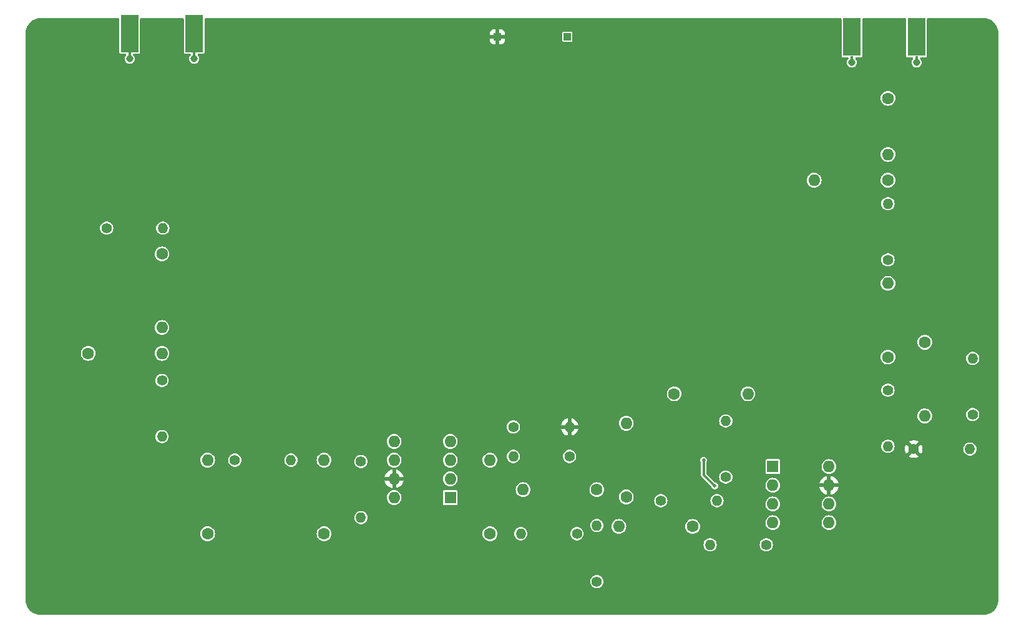
<source format=gbr>
%TF.GenerationSoftware,KiCad,Pcbnew,8.0.3*%
%TF.CreationDate,2024-09-19T11:22:37+05:30*%
%TF.ProjectId,VLF amplifier,564c4620-616d-4706-9c69-666965722e6b,rev?*%
%TF.SameCoordinates,Original*%
%TF.FileFunction,Copper,L2,Bot*%
%TF.FilePolarity,Positive*%
%FSLAX46Y46*%
G04 Gerber Fmt 4.6, Leading zero omitted, Abs format (unit mm)*
G04 Created by KiCad (PCBNEW 8.0.3) date 2024-09-19 11:22:37*
%MOMM*%
%LPD*%
G01*
G04 APERTURE LIST*
%TA.AperFunction,ComponentPad*%
%ADD10C,1.400000*%
%TD*%
%TA.AperFunction,ComponentPad*%
%ADD11O,1.400000X1.400000*%
%TD*%
%TA.AperFunction,ComponentPad*%
%ADD12C,1.600000*%
%TD*%
%TA.AperFunction,ComponentPad*%
%ADD13O,1.600000X1.600000*%
%TD*%
%TA.AperFunction,ComponentPad*%
%ADD14R,1.000000X1.000000*%
%TD*%
%TA.AperFunction,SMDPad,CuDef*%
%ADD15R,2.420000X5.080000*%
%TD*%
%TA.AperFunction,SMDPad,CuDef*%
%ADD16R,0.460000X0.950000*%
%TD*%
%TA.AperFunction,ComponentPad*%
%ADD17C,0.970000*%
%TD*%
%TA.AperFunction,ComponentPad*%
%ADD18R,1.600000X1.600000*%
%TD*%
%TA.AperFunction,ViaPad*%
%ADD19C,0.500000*%
%TD*%
%TA.AperFunction,Conductor*%
%ADD20C,0.330000*%
%TD*%
G04 APERTURE END LIST*
D10*
%TO.P,R11,1*%
%TO.N,Net-(U2--)*%
X166310000Y-132500000D03*
D11*
%TO.P,R11,2*%
%TO.N,Net-(C6-Pad2)*%
X158690000Y-132500000D03*
%TD*%
D10*
%TO.P,R5,1*%
%TO.N,Net-(U1-+)*%
X220000000Y-116310000D03*
D11*
%TO.P,R5,2*%
%TO.N,GND*%
X220000000Y-108690000D03*
%TD*%
D10*
%TO.P,R3,1*%
%TO.N,Net-(C3-Pad1)*%
X208500000Y-113000000D03*
D11*
%TO.P,R3,2*%
%TO.N,Net-(U1--)*%
X208500000Y-120620000D03*
%TD*%
D12*
%TO.P,C8,1*%
%TO.N,GND*%
X154500000Y-132500000D03*
D13*
%TO.P,C8,2*%
%TO.N,Net-(U2-+)*%
X154500000Y-122500000D03*
%TD*%
D10*
%TO.P,R15,1*%
%TO.N,GND*%
X102500000Y-91000000D03*
D11*
%TO.P,R15,2*%
%TO.N,Net-(J2-In)*%
X110120000Y-91000000D03*
%TD*%
D14*
%TO.P,J4,1,Pin_1*%
%TO.N,GND*%
X165000000Y-65000000D03*
%TD*%
D12*
%TO.P,C1,1*%
%TO.N,Net-(C1-Pad1)*%
X179500000Y-113500000D03*
D13*
%TO.P,C1,2*%
%TO.N,GND*%
X189500000Y-113500000D03*
%TD*%
D12*
%TO.P,C11,1*%
%TO.N,Net-(J2-In)*%
X110000000Y-94500000D03*
D13*
%TO.P,C11,2*%
%TO.N,Net-(C10-Pad2)*%
X110000000Y-104500000D03*
%TD*%
D12*
%TO.P,C12,1*%
%TO.N,Net-(C12-Pad1)*%
X208500000Y-84500000D03*
D13*
%TO.P,C12,2*%
%TO.N,GND*%
X198500000Y-84500000D03*
%TD*%
D10*
%TO.P,R13,1*%
%TO.N,Net-(C9-Pad2)*%
X119880000Y-122500000D03*
D11*
%TO.P,R13,2*%
%TO.N,Net-(C7-Pad2)*%
X127500000Y-122500000D03*
%TD*%
D10*
%TO.P,R1,1*%
%TO.N,Net-(U1--)*%
X186500000Y-124810000D03*
D11*
%TO.P,R1,2*%
%TO.N,Net-(C1-Pad1)*%
X186500000Y-117190000D03*
%TD*%
D10*
%TO.P,R4,1*%
%TO.N,Net-(C4-Pad2)*%
X208500000Y-95310000D03*
D11*
%TO.P,R4,2*%
%TO.N,Net-(C12-Pad1)*%
X208500000Y-87690000D03*
%TD*%
D10*
%TO.P,R2,1*%
%TO.N,Net-(U1--)*%
X177690000Y-128000000D03*
D11*
%TO.P,R2,2*%
%TO.N,Net-(C2-Pad2)*%
X185310000Y-128000000D03*
%TD*%
D12*
%TO.P,C2,1*%
%TO.N,Net-(U1--)*%
X173000000Y-127500000D03*
D13*
%TO.P,C2,2*%
%TO.N,Net-(C2-Pad2)*%
X173000000Y-117500000D03*
%TD*%
D10*
%TO.P,R8,1*%
%TO.N,GND*%
X169000000Y-139000000D03*
D11*
%TO.P,R8,2*%
%TO.N,Net-(C5-Pad2)*%
X169000000Y-131380000D03*
%TD*%
D12*
%TO.P,C3,1*%
%TO.N,Net-(C3-Pad1)*%
X213500000Y-106500000D03*
D13*
%TO.P,C3,2*%
%TO.N,Net-(U1-+)*%
X213500000Y-116500000D03*
%TD*%
D10*
%TO.P,R7,1*%
%TO.N,Net-(C2-Pad2)*%
X192000000Y-134000000D03*
D11*
%TO.P,R7,2*%
%TO.N,Net-(C5-Pad1)*%
X184380000Y-134000000D03*
%TD*%
D14*
%TO.P,J3,1,Pin_1*%
%TO.N,12V*%
X155500000Y-65000000D03*
%TD*%
D10*
%TO.P,R6,1*%
%TO.N,12V*%
X212000000Y-121000000D03*
D11*
%TO.P,R6,2*%
%TO.N,Net-(U1-+)*%
X219620000Y-121000000D03*
%TD*%
D12*
%TO.P,C10,1*%
%TO.N,GND*%
X100000000Y-108000000D03*
D13*
%TO.P,C10,2*%
%TO.N,Net-(C10-Pad2)*%
X110000000Y-108000000D03*
%TD*%
D15*
%TO.P,J2,2,Ext*%
%TO.N,GND*%
X114380000Y-64560000D03*
X105620000Y-64560000D03*
D16*
X114380000Y-67550000D03*
X105620000Y-67550000D03*
D17*
X114380000Y-68000000D03*
X105620000Y-68000000D03*
%TD*%
D15*
%TO.P,J1,2,Ext*%
%TO.N,GND*%
X212380000Y-65060000D03*
X203620000Y-65060000D03*
D16*
X212380000Y-68050000D03*
X203620000Y-68050000D03*
D17*
X212380000Y-68500000D03*
X203620000Y-68500000D03*
%TD*%
D12*
%TO.P,L1,1,1*%
%TO.N,Net-(J1-In)*%
X208500000Y-73380000D03*
D13*
%TO.P,L1,2,2*%
%TO.N,Net-(C12-Pad1)*%
X208500000Y-81000000D03*
%TD*%
D18*
%TO.P,U2,1,NULL*%
%TO.N,unconnected-(U2-NULL-Pad1)*%
X149120000Y-127580000D03*
D13*
%TO.P,U2,2,-*%
%TO.N,Net-(U2--)*%
X149120000Y-125040000D03*
%TO.P,U2,3,+*%
%TO.N,Net-(U2-+)*%
X149120000Y-122500000D03*
%TO.P,U2,4,V-*%
%TO.N,GND*%
X149120000Y-119960000D03*
%TO.P,U2,5,NULL*%
%TO.N,unconnected-(U2-NULL-Pad5)*%
X141500000Y-119960000D03*
%TO.P,U2,6*%
%TO.N,Net-(C7-Pad2)*%
X141500000Y-122500000D03*
%TO.P,U2,7,V+*%
%TO.N,12V*%
X141500000Y-125040000D03*
%TO.P,U2,8,NC*%
%TO.N,unconnected-(U2-NC-Pad8)*%
X141500000Y-127580000D03*
%TD*%
D12*
%TO.P,C9,1*%
%TO.N,GND*%
X116190000Y-132500000D03*
D13*
%TO.P,C9,2*%
%TO.N,Net-(C9-Pad2)*%
X116190000Y-122500000D03*
%TD*%
D12*
%TO.P,C4,1*%
%TO.N,Net-(C3-Pad1)*%
X208500000Y-108500000D03*
D13*
%TO.P,C4,2*%
%TO.N,Net-(C4-Pad2)*%
X208500000Y-98500000D03*
%TD*%
D18*
%TO.P,U1,1,NULL*%
%TO.N,unconnected-(U1-NULL-Pad1)*%
X192880000Y-123380000D03*
D13*
%TO.P,U1,2,-*%
%TO.N,Net-(U1--)*%
X192880000Y-125920000D03*
%TO.P,U1,3,+*%
%TO.N,Net-(U1-+)*%
X192880000Y-128460000D03*
%TO.P,U1,4,V-*%
%TO.N,GND*%
X192880000Y-131000000D03*
%TO.P,U1,5,NULL*%
%TO.N,unconnected-(U1-NULL-Pad5)*%
X200500000Y-131000000D03*
%TO.P,U1,6*%
%TO.N,Net-(C2-Pad2)*%
X200500000Y-128460000D03*
%TO.P,U1,7,V+*%
%TO.N,12V*%
X200500000Y-125920000D03*
%TO.P,U1,8,NC*%
%TO.N,unconnected-(U1-NC-Pad8)*%
X200500000Y-123380000D03*
%TD*%
D12*
%TO.P,C7,1*%
%TO.N,Net-(U2--)*%
X132000000Y-132500000D03*
D13*
%TO.P,C7,2*%
%TO.N,Net-(C7-Pad2)*%
X132000000Y-122500000D03*
%TD*%
D12*
%TO.P,C5,1*%
%TO.N,Net-(C5-Pad1)*%
X182000000Y-131500000D03*
D13*
%TO.P,C5,2*%
%TO.N,Net-(C5-Pad2)*%
X172000000Y-131500000D03*
%TD*%
D12*
%TO.P,C6,1*%
%TO.N,Net-(C5-Pad2)*%
X169000000Y-126500000D03*
D13*
%TO.P,C6,2*%
%TO.N,Net-(C6-Pad2)*%
X159000000Y-126500000D03*
%TD*%
D10*
%TO.P,R9,1*%
%TO.N,Net-(U2-+)*%
X157690000Y-118000000D03*
D11*
%TO.P,R9,2*%
%TO.N,12V*%
X165310000Y-118000000D03*
%TD*%
D10*
%TO.P,R10,1*%
%TO.N,GND*%
X165310000Y-122000000D03*
D11*
%TO.P,R10,2*%
%TO.N,Net-(U2-+)*%
X157690000Y-122000000D03*
%TD*%
D10*
%TO.P,R14,1*%
%TO.N,Net-(C10-Pad2)*%
X110000000Y-111690000D03*
D11*
%TO.P,R14,2*%
%TO.N,Net-(C9-Pad2)*%
X110000000Y-119310000D03*
%TD*%
D10*
%TO.P,R12,1*%
%TO.N,Net-(C7-Pad2)*%
X137000000Y-122690000D03*
D11*
%TO.P,R12,2*%
%TO.N,Net-(U2--)*%
X137000000Y-130310000D03*
%TD*%
D19*
%TO.N,Net-(C2-Pad2)*%
X183500000Y-122500000D03*
X185000000Y-126000000D03*
%TD*%
D20*
%TO.N,Net-(C2-Pad2)*%
X183500000Y-122500000D02*
X183500000Y-124500000D01*
X183500000Y-124500000D02*
X185000000Y-126000000D01*
%TD*%
%TA.AperFunction,Conductor*%
%TO.N,12V*%
G36*
X104152539Y-62520185D02*
G01*
X104198294Y-62572989D01*
X104209500Y-62624500D01*
X104209500Y-67119752D01*
X104221131Y-67178229D01*
X104221132Y-67178230D01*
X104265447Y-67244552D01*
X104331769Y-67288867D01*
X104331770Y-67288868D01*
X104390247Y-67300499D01*
X104390250Y-67300500D01*
X104390252Y-67300500D01*
X105048865Y-67300500D01*
X105115904Y-67320185D01*
X105161659Y-67372989D01*
X105171603Y-67442147D01*
X105142578Y-67505703D01*
X105131093Y-67517314D01*
X105103132Y-67542085D01*
X105103125Y-67542093D01*
X105008563Y-67679090D01*
X105008562Y-67679091D01*
X104949531Y-67834740D01*
X104949530Y-67834745D01*
X104929465Y-68000000D01*
X104949530Y-68165254D01*
X104949531Y-68165259D01*
X105008562Y-68320908D01*
X105103127Y-68457909D01*
X105103129Y-68457911D01*
X105103131Y-68457913D01*
X105227729Y-68568298D01*
X105227731Y-68568299D01*
X105375133Y-68645661D01*
X105454624Y-68665254D01*
X105536764Y-68685500D01*
X105536765Y-68685500D01*
X105703236Y-68685500D01*
X105785355Y-68665259D01*
X105864867Y-68645661D01*
X106012269Y-68568299D01*
X106136873Y-68457909D01*
X106231438Y-68320908D01*
X106290469Y-68165256D01*
X106310535Y-68000000D01*
X106290469Y-67834744D01*
X106290468Y-67834742D01*
X106290468Y-67834740D01*
X106256264Y-67744552D01*
X106231438Y-67679092D01*
X106136873Y-67542091D01*
X106136869Y-67542088D01*
X106136867Y-67542085D01*
X106108907Y-67517314D01*
X106071781Y-67458124D01*
X106072549Y-67388259D01*
X106110968Y-67329900D01*
X106174839Y-67301576D01*
X106191135Y-67300500D01*
X106849750Y-67300500D01*
X106849751Y-67300499D01*
X106864568Y-67297552D01*
X106908229Y-67288868D01*
X106908229Y-67288867D01*
X106908231Y-67288867D01*
X106974552Y-67244552D01*
X107018867Y-67178231D01*
X107018867Y-67178229D01*
X107018868Y-67178229D01*
X107030499Y-67119752D01*
X107030500Y-67119750D01*
X107030500Y-62624500D01*
X107050185Y-62557461D01*
X107102989Y-62511706D01*
X107154500Y-62500500D01*
X112845500Y-62500500D01*
X112912539Y-62520185D01*
X112958294Y-62572989D01*
X112969500Y-62624500D01*
X112969500Y-67119752D01*
X112981131Y-67178229D01*
X112981132Y-67178230D01*
X113025447Y-67244552D01*
X113091769Y-67288867D01*
X113091770Y-67288868D01*
X113150247Y-67300499D01*
X113150250Y-67300500D01*
X113150252Y-67300500D01*
X113808865Y-67300500D01*
X113875904Y-67320185D01*
X113921659Y-67372989D01*
X113931603Y-67442147D01*
X113902578Y-67505703D01*
X113891093Y-67517314D01*
X113863132Y-67542085D01*
X113863125Y-67542093D01*
X113768563Y-67679090D01*
X113768562Y-67679091D01*
X113709531Y-67834740D01*
X113709530Y-67834745D01*
X113689465Y-68000000D01*
X113709530Y-68165254D01*
X113709531Y-68165259D01*
X113768562Y-68320908D01*
X113863127Y-68457909D01*
X113863129Y-68457911D01*
X113863131Y-68457913D01*
X113987729Y-68568298D01*
X113987731Y-68568299D01*
X114135133Y-68645661D01*
X114214624Y-68665254D01*
X114296764Y-68685500D01*
X114296765Y-68685500D01*
X114463236Y-68685500D01*
X114545355Y-68665259D01*
X114624867Y-68645661D01*
X114772269Y-68568299D01*
X114896873Y-68457909D01*
X114991438Y-68320908D01*
X115050469Y-68165256D01*
X115070535Y-68000000D01*
X115050469Y-67834744D01*
X115050468Y-67834742D01*
X115050468Y-67834740D01*
X115016264Y-67744552D01*
X114991438Y-67679092D01*
X114896873Y-67542091D01*
X114896869Y-67542088D01*
X114896867Y-67542085D01*
X114868907Y-67517314D01*
X114831781Y-67458124D01*
X114832549Y-67388259D01*
X114870968Y-67329900D01*
X114934839Y-67301576D01*
X114951135Y-67300500D01*
X115609750Y-67300500D01*
X115609751Y-67300499D01*
X115624568Y-67297552D01*
X115668229Y-67288868D01*
X115668229Y-67288867D01*
X115668231Y-67288867D01*
X115734552Y-67244552D01*
X115778867Y-67178231D01*
X115778867Y-67178229D01*
X115778868Y-67178229D01*
X115790499Y-67119752D01*
X115790500Y-67119750D01*
X115790500Y-65547844D01*
X154500000Y-65547844D01*
X154506401Y-65607372D01*
X154506403Y-65607379D01*
X154556645Y-65742086D01*
X154556649Y-65742093D01*
X154642809Y-65857187D01*
X154642812Y-65857190D01*
X154757906Y-65943350D01*
X154757913Y-65943354D01*
X154892620Y-65993596D01*
X154892627Y-65993598D01*
X154952155Y-65999999D01*
X154952172Y-66000000D01*
X155250000Y-66000000D01*
X155750000Y-66000000D01*
X156047828Y-66000000D01*
X156047844Y-65999999D01*
X156107372Y-65993598D01*
X156107379Y-65993596D01*
X156242086Y-65943354D01*
X156242093Y-65943350D01*
X156357187Y-65857190D01*
X156357190Y-65857187D01*
X156443350Y-65742093D01*
X156443354Y-65742086D01*
X156493596Y-65607379D01*
X156493598Y-65607372D01*
X156499999Y-65547844D01*
X156500000Y-65547827D01*
X156500000Y-65250000D01*
X155750000Y-65250000D01*
X155750000Y-66000000D01*
X155250000Y-66000000D01*
X155250000Y-65250000D01*
X154500000Y-65250000D01*
X154500000Y-65547844D01*
X115790500Y-65547844D01*
X115790500Y-64957213D01*
X155175000Y-64957213D01*
X155175000Y-65042787D01*
X155197149Y-65125445D01*
X155239936Y-65199554D01*
X155300446Y-65260064D01*
X155374555Y-65302851D01*
X155457213Y-65325000D01*
X155542787Y-65325000D01*
X155625445Y-65302851D01*
X155699554Y-65260064D01*
X155760064Y-65199554D01*
X155802851Y-65125445D01*
X155825000Y-65042787D01*
X155825000Y-64957213D01*
X155802851Y-64874555D01*
X155760064Y-64800446D01*
X155709618Y-64750000D01*
X155750000Y-64750000D01*
X156500000Y-64750000D01*
X156500000Y-64480247D01*
X164299500Y-64480247D01*
X164299500Y-65519752D01*
X164311131Y-65578229D01*
X164311132Y-65578230D01*
X164355447Y-65644552D01*
X164421769Y-65688867D01*
X164421770Y-65688868D01*
X164480247Y-65700499D01*
X164480250Y-65700500D01*
X164480252Y-65700500D01*
X165519750Y-65700500D01*
X165519751Y-65700499D01*
X165534568Y-65697552D01*
X165578229Y-65688868D01*
X165578229Y-65688867D01*
X165578231Y-65688867D01*
X165644552Y-65644552D01*
X165688867Y-65578231D01*
X165688867Y-65578229D01*
X165688868Y-65578229D01*
X165700499Y-65519752D01*
X165700500Y-65519750D01*
X165700500Y-64480249D01*
X165700499Y-64480247D01*
X165688868Y-64421770D01*
X165688867Y-64421769D01*
X165644552Y-64355447D01*
X165578230Y-64311132D01*
X165578229Y-64311131D01*
X165519752Y-64299500D01*
X165519748Y-64299500D01*
X164480252Y-64299500D01*
X164480247Y-64299500D01*
X164421770Y-64311131D01*
X164421769Y-64311132D01*
X164355447Y-64355447D01*
X164311132Y-64421769D01*
X164311131Y-64421770D01*
X164299500Y-64480247D01*
X156500000Y-64480247D01*
X156500000Y-64452172D01*
X156499999Y-64452155D01*
X156493598Y-64392627D01*
X156493596Y-64392620D01*
X156443354Y-64257913D01*
X156443350Y-64257906D01*
X156357190Y-64142812D01*
X156357187Y-64142809D01*
X156242093Y-64056649D01*
X156242086Y-64056645D01*
X156107379Y-64006403D01*
X156107372Y-64006401D01*
X156047844Y-64000000D01*
X155750000Y-64000000D01*
X155750000Y-64750000D01*
X155709618Y-64750000D01*
X155699554Y-64739936D01*
X155625445Y-64697149D01*
X155542787Y-64675000D01*
X155457213Y-64675000D01*
X155374555Y-64697149D01*
X155300446Y-64739936D01*
X155239936Y-64800446D01*
X155197149Y-64874555D01*
X155175000Y-64957213D01*
X115790500Y-64957213D01*
X115790500Y-64452155D01*
X154500000Y-64452155D01*
X154500000Y-64750000D01*
X155250000Y-64750000D01*
X155250000Y-64000000D01*
X154952155Y-64000000D01*
X154892627Y-64006401D01*
X154892620Y-64006403D01*
X154757913Y-64056645D01*
X154757906Y-64056649D01*
X154642812Y-64142809D01*
X154642809Y-64142812D01*
X154556649Y-64257906D01*
X154556645Y-64257913D01*
X154506403Y-64392620D01*
X154506401Y-64392627D01*
X154500000Y-64452155D01*
X115790500Y-64452155D01*
X115790500Y-62624500D01*
X115810185Y-62557461D01*
X115862989Y-62511706D01*
X115914500Y-62500500D01*
X202085500Y-62500500D01*
X202152539Y-62520185D01*
X202198294Y-62572989D01*
X202209500Y-62624500D01*
X202209500Y-67619752D01*
X202221131Y-67678229D01*
X202221132Y-67678230D01*
X202265447Y-67744552D01*
X202331769Y-67788867D01*
X202331770Y-67788868D01*
X202390247Y-67800499D01*
X202390250Y-67800500D01*
X202390252Y-67800500D01*
X203048865Y-67800500D01*
X203115904Y-67820185D01*
X203161659Y-67872989D01*
X203171603Y-67942147D01*
X203142578Y-68005703D01*
X203131093Y-68017314D01*
X203103132Y-68042085D01*
X203103125Y-68042093D01*
X203008563Y-68179090D01*
X203008562Y-68179091D01*
X202949531Y-68334740D01*
X202949530Y-68334745D01*
X202929465Y-68500000D01*
X202949530Y-68665254D01*
X202949531Y-68665259D01*
X203008562Y-68820908D01*
X203103127Y-68957909D01*
X203103129Y-68957911D01*
X203103131Y-68957913D01*
X203227729Y-69068298D01*
X203227731Y-69068299D01*
X203375133Y-69145661D01*
X203455949Y-69165580D01*
X203536764Y-69185500D01*
X203536765Y-69185500D01*
X203703236Y-69185500D01*
X203757112Y-69172220D01*
X203864867Y-69145661D01*
X204012269Y-69068299D01*
X204136873Y-68957909D01*
X204231438Y-68820908D01*
X204290469Y-68665256D01*
X204310535Y-68500000D01*
X204290469Y-68334744D01*
X204290468Y-68334742D01*
X204290468Y-68334740D01*
X204263644Y-68264012D01*
X204231438Y-68179092D01*
X204136873Y-68042091D01*
X204136869Y-68042088D01*
X204136867Y-68042085D01*
X204108907Y-68017314D01*
X204071781Y-67958124D01*
X204072549Y-67888259D01*
X204110968Y-67829900D01*
X204174839Y-67801576D01*
X204191135Y-67800500D01*
X204849750Y-67800500D01*
X204849751Y-67800499D01*
X204864568Y-67797552D01*
X204908229Y-67788868D01*
X204908229Y-67788867D01*
X204908231Y-67788867D01*
X204974552Y-67744552D01*
X205018867Y-67678231D01*
X205018867Y-67678229D01*
X205018868Y-67678229D01*
X205030499Y-67619752D01*
X205030500Y-67619750D01*
X205030500Y-62624500D01*
X205050185Y-62557461D01*
X205102989Y-62511706D01*
X205154500Y-62500500D01*
X210845500Y-62500500D01*
X210912539Y-62520185D01*
X210958294Y-62572989D01*
X210969500Y-62624500D01*
X210969500Y-67619752D01*
X210981131Y-67678229D01*
X210981132Y-67678230D01*
X211025447Y-67744552D01*
X211091769Y-67788867D01*
X211091770Y-67788868D01*
X211150247Y-67800499D01*
X211150250Y-67800500D01*
X211150252Y-67800500D01*
X211808865Y-67800500D01*
X211875904Y-67820185D01*
X211921659Y-67872989D01*
X211931603Y-67942147D01*
X211902578Y-68005703D01*
X211891093Y-68017314D01*
X211863132Y-68042085D01*
X211863125Y-68042093D01*
X211768563Y-68179090D01*
X211768562Y-68179091D01*
X211709531Y-68334740D01*
X211709530Y-68334745D01*
X211689465Y-68500000D01*
X211709530Y-68665254D01*
X211709531Y-68665259D01*
X211768562Y-68820908D01*
X211863127Y-68957909D01*
X211863129Y-68957911D01*
X211863131Y-68957913D01*
X211987729Y-69068298D01*
X211987731Y-69068299D01*
X212135133Y-69145661D01*
X212215949Y-69165580D01*
X212296764Y-69185500D01*
X212296765Y-69185500D01*
X212463236Y-69185500D01*
X212517112Y-69172220D01*
X212624867Y-69145661D01*
X212772269Y-69068299D01*
X212896873Y-68957909D01*
X212991438Y-68820908D01*
X213050469Y-68665256D01*
X213070535Y-68500000D01*
X213050469Y-68334744D01*
X213050468Y-68334742D01*
X213050468Y-68334740D01*
X213023644Y-68264012D01*
X212991438Y-68179092D01*
X212896873Y-68042091D01*
X212896869Y-68042088D01*
X212896867Y-68042085D01*
X212868907Y-68017314D01*
X212831781Y-67958124D01*
X212832549Y-67888259D01*
X212870968Y-67829900D01*
X212934839Y-67801576D01*
X212951135Y-67800500D01*
X213609750Y-67800500D01*
X213609751Y-67800499D01*
X213624568Y-67797552D01*
X213668229Y-67788868D01*
X213668229Y-67788867D01*
X213668231Y-67788867D01*
X213734552Y-67744552D01*
X213778867Y-67678231D01*
X213778867Y-67678229D01*
X213778868Y-67678229D01*
X213790499Y-67619752D01*
X213790500Y-67619750D01*
X213790500Y-62624500D01*
X213810185Y-62557461D01*
X213862989Y-62511706D01*
X213914500Y-62500500D01*
X221434108Y-62500500D01*
X221495933Y-62500500D01*
X221504043Y-62500765D01*
X221752895Y-62517075D01*
X221768953Y-62519190D01*
X221961353Y-62557461D01*
X222009535Y-62567045D01*
X222025202Y-62571243D01*
X222182093Y-62624500D01*
X222257481Y-62650091D01*
X222272458Y-62656294D01*
X222481799Y-62759529D01*
X222492460Y-62764787D01*
X222506508Y-62772897D01*
X222710464Y-62909177D01*
X222723328Y-62919048D01*
X222907749Y-63080781D01*
X222919218Y-63092250D01*
X223080951Y-63276671D01*
X223090825Y-63289539D01*
X223227102Y-63493492D01*
X223235212Y-63507539D01*
X223343702Y-63727534D01*
X223349909Y-63742520D01*
X223428756Y-63974797D01*
X223432954Y-63990464D01*
X223480807Y-64231035D01*
X223482925Y-64247116D01*
X223499235Y-64495956D01*
X223499500Y-64504066D01*
X223499500Y-141495933D01*
X223499235Y-141504043D01*
X223482925Y-141752883D01*
X223480807Y-141768964D01*
X223432954Y-142009535D01*
X223428756Y-142025202D01*
X223349909Y-142257479D01*
X223343702Y-142272465D01*
X223235212Y-142492460D01*
X223227102Y-142506507D01*
X223090825Y-142710460D01*
X223080951Y-142723328D01*
X222919218Y-142907749D01*
X222907749Y-142919218D01*
X222723328Y-143080951D01*
X222710460Y-143090825D01*
X222506507Y-143227102D01*
X222492460Y-143235212D01*
X222272465Y-143343702D01*
X222257479Y-143349909D01*
X222025202Y-143428756D01*
X222009535Y-143432954D01*
X221768964Y-143480807D01*
X221752883Y-143482925D01*
X221504043Y-143499235D01*
X221495933Y-143499500D01*
X93504067Y-143499500D01*
X93495957Y-143499235D01*
X93247116Y-143482925D01*
X93231035Y-143480807D01*
X92990464Y-143432954D01*
X92974797Y-143428756D01*
X92742520Y-143349909D01*
X92727534Y-143343702D01*
X92507539Y-143235212D01*
X92493492Y-143227102D01*
X92289539Y-143090825D01*
X92276671Y-143080951D01*
X92092250Y-142919218D01*
X92080781Y-142907749D01*
X91919048Y-142723328D01*
X91909174Y-142710460D01*
X91772897Y-142506507D01*
X91764787Y-142492460D01*
X91658855Y-142277652D01*
X91656294Y-142272458D01*
X91650090Y-142257479D01*
X91571243Y-142025202D01*
X91567045Y-142009535D01*
X91559186Y-141970026D01*
X91519190Y-141768953D01*
X91517075Y-141752895D01*
X91500765Y-141504043D01*
X91500500Y-141495933D01*
X91500500Y-139000000D01*
X168094540Y-139000000D01*
X168114326Y-139188256D01*
X168114327Y-139188259D01*
X168172818Y-139368277D01*
X168172821Y-139368284D01*
X168267467Y-139532216D01*
X168394129Y-139672888D01*
X168547265Y-139784148D01*
X168547270Y-139784151D01*
X168720192Y-139861142D01*
X168720197Y-139861144D01*
X168905354Y-139900500D01*
X168905355Y-139900500D01*
X169094644Y-139900500D01*
X169094646Y-139900500D01*
X169279803Y-139861144D01*
X169452730Y-139784151D01*
X169605871Y-139672888D01*
X169732533Y-139532216D01*
X169827179Y-139368284D01*
X169885674Y-139188256D01*
X169905460Y-139000000D01*
X169885674Y-138811744D01*
X169827179Y-138631716D01*
X169732533Y-138467784D01*
X169605871Y-138327112D01*
X169605870Y-138327111D01*
X169452734Y-138215851D01*
X169452729Y-138215848D01*
X169279807Y-138138857D01*
X169279802Y-138138855D01*
X169134001Y-138107865D01*
X169094646Y-138099500D01*
X168905354Y-138099500D01*
X168872897Y-138106398D01*
X168720197Y-138138855D01*
X168720192Y-138138857D01*
X168547270Y-138215848D01*
X168547265Y-138215851D01*
X168394129Y-138327111D01*
X168267466Y-138467785D01*
X168172821Y-138631715D01*
X168172818Y-138631722D01*
X168114327Y-138811740D01*
X168114326Y-138811744D01*
X168094540Y-139000000D01*
X91500500Y-139000000D01*
X91500500Y-134000000D01*
X183474540Y-134000000D01*
X183494326Y-134188256D01*
X183494327Y-134188259D01*
X183552818Y-134368277D01*
X183552821Y-134368284D01*
X183647467Y-134532216D01*
X183774129Y-134672888D01*
X183927265Y-134784148D01*
X183927270Y-134784151D01*
X184100192Y-134861142D01*
X184100197Y-134861144D01*
X184285354Y-134900500D01*
X184285355Y-134900500D01*
X184474644Y-134900500D01*
X184474646Y-134900500D01*
X184659803Y-134861144D01*
X184832730Y-134784151D01*
X184985871Y-134672888D01*
X185112533Y-134532216D01*
X185207179Y-134368284D01*
X185265674Y-134188256D01*
X185285460Y-134000000D01*
X191094540Y-134000000D01*
X191114326Y-134188256D01*
X191114327Y-134188259D01*
X191172818Y-134368277D01*
X191172821Y-134368284D01*
X191267467Y-134532216D01*
X191394129Y-134672888D01*
X191547265Y-134784148D01*
X191547270Y-134784151D01*
X191720192Y-134861142D01*
X191720197Y-134861144D01*
X191905354Y-134900500D01*
X191905355Y-134900500D01*
X192094644Y-134900500D01*
X192094646Y-134900500D01*
X192279803Y-134861144D01*
X192452730Y-134784151D01*
X192605871Y-134672888D01*
X192732533Y-134532216D01*
X192827179Y-134368284D01*
X192885674Y-134188256D01*
X192905460Y-134000000D01*
X192885674Y-133811744D01*
X192827179Y-133631716D01*
X192732533Y-133467784D01*
X192605871Y-133327112D01*
X192605870Y-133327111D01*
X192452734Y-133215851D01*
X192452729Y-133215848D01*
X192279807Y-133138857D01*
X192279802Y-133138855D01*
X192134001Y-133107865D01*
X192094646Y-133099500D01*
X191905354Y-133099500D01*
X191872897Y-133106398D01*
X191720197Y-133138855D01*
X191720192Y-133138857D01*
X191547270Y-133215848D01*
X191547265Y-133215851D01*
X191394129Y-133327111D01*
X191267466Y-133467785D01*
X191172821Y-133631715D01*
X191172818Y-133631722D01*
X191114327Y-133811740D01*
X191114326Y-133811744D01*
X191094540Y-134000000D01*
X185285460Y-134000000D01*
X185265674Y-133811744D01*
X185207179Y-133631716D01*
X185112533Y-133467784D01*
X184985871Y-133327112D01*
X184985870Y-133327111D01*
X184832734Y-133215851D01*
X184832729Y-133215848D01*
X184659807Y-133138857D01*
X184659802Y-133138855D01*
X184514001Y-133107865D01*
X184474646Y-133099500D01*
X184285354Y-133099500D01*
X184252897Y-133106398D01*
X184100197Y-133138855D01*
X184100192Y-133138857D01*
X183927270Y-133215848D01*
X183927265Y-133215851D01*
X183774129Y-133327111D01*
X183647466Y-133467785D01*
X183552821Y-133631715D01*
X183552818Y-133631722D01*
X183494327Y-133811740D01*
X183494326Y-133811744D01*
X183474540Y-134000000D01*
X91500500Y-134000000D01*
X91500500Y-132500000D01*
X115184659Y-132500000D01*
X115203975Y-132696129D01*
X115261188Y-132884733D01*
X115354086Y-133058532D01*
X115354090Y-133058539D01*
X115479116Y-133210883D01*
X115631460Y-133335909D01*
X115631467Y-133335913D01*
X115805266Y-133428811D01*
X115805269Y-133428811D01*
X115805273Y-133428814D01*
X115993868Y-133486024D01*
X116190000Y-133505341D01*
X116386132Y-133486024D01*
X116574727Y-133428814D01*
X116748538Y-133335910D01*
X116900883Y-133210883D01*
X117025910Y-133058538D01*
X117118814Y-132884727D01*
X117176024Y-132696132D01*
X117195341Y-132500000D01*
X130994659Y-132500000D01*
X131013975Y-132696129D01*
X131071188Y-132884733D01*
X131164086Y-133058532D01*
X131164090Y-133058539D01*
X131289116Y-133210883D01*
X131441460Y-133335909D01*
X131441467Y-133335913D01*
X131615266Y-133428811D01*
X131615269Y-133428811D01*
X131615273Y-133428814D01*
X131803868Y-133486024D01*
X132000000Y-133505341D01*
X132196132Y-133486024D01*
X132384727Y-133428814D01*
X132558538Y-133335910D01*
X132710883Y-133210883D01*
X132835910Y-133058538D01*
X132928814Y-132884727D01*
X132986024Y-132696132D01*
X133005341Y-132500000D01*
X153494659Y-132500000D01*
X153513975Y-132696129D01*
X153571188Y-132884733D01*
X153664086Y-133058532D01*
X153664090Y-133058539D01*
X153789116Y-133210883D01*
X153941460Y-133335909D01*
X153941467Y-133335913D01*
X154115266Y-133428811D01*
X154115269Y-133428811D01*
X154115273Y-133428814D01*
X154303868Y-133486024D01*
X154500000Y-133505341D01*
X154696132Y-133486024D01*
X154884727Y-133428814D01*
X155058538Y-133335910D01*
X155210883Y-133210883D01*
X155335910Y-133058538D01*
X155428814Y-132884727D01*
X155486024Y-132696132D01*
X155505341Y-132500000D01*
X157784540Y-132500000D01*
X157804326Y-132688256D01*
X157804327Y-132688259D01*
X157862818Y-132868277D01*
X157862821Y-132868284D01*
X157957467Y-133032216D01*
X158053487Y-133138857D01*
X158084129Y-133172888D01*
X158237265Y-133284148D01*
X158237270Y-133284151D01*
X158410192Y-133361142D01*
X158410197Y-133361144D01*
X158595354Y-133400500D01*
X158595355Y-133400500D01*
X158784644Y-133400500D01*
X158784646Y-133400500D01*
X158969803Y-133361144D01*
X159142730Y-133284151D01*
X159295871Y-133172888D01*
X159422533Y-133032216D01*
X159517179Y-132868284D01*
X159575674Y-132688256D01*
X159595460Y-132500000D01*
X165404540Y-132500000D01*
X165424326Y-132688256D01*
X165424327Y-132688259D01*
X165482818Y-132868277D01*
X165482821Y-132868284D01*
X165577467Y-133032216D01*
X165673487Y-133138857D01*
X165704129Y-133172888D01*
X165857265Y-133284148D01*
X165857270Y-133284151D01*
X166030192Y-133361142D01*
X166030197Y-133361144D01*
X166215354Y-133400500D01*
X166215355Y-133400500D01*
X166404644Y-133400500D01*
X166404646Y-133400500D01*
X166589803Y-133361144D01*
X166762730Y-133284151D01*
X166915871Y-133172888D01*
X167042533Y-133032216D01*
X167137179Y-132868284D01*
X167195674Y-132688256D01*
X167215460Y-132500000D01*
X167195674Y-132311744D01*
X167137179Y-132131716D01*
X167042533Y-131967784D01*
X166915871Y-131827112D01*
X166915870Y-131827111D01*
X166762734Y-131715851D01*
X166762729Y-131715848D01*
X166589807Y-131638857D01*
X166589802Y-131638855D01*
X166444001Y-131607865D01*
X166404646Y-131599500D01*
X166215354Y-131599500D01*
X166182897Y-131606398D01*
X166030197Y-131638855D01*
X166030192Y-131638857D01*
X165857270Y-131715848D01*
X165857265Y-131715851D01*
X165704129Y-131827111D01*
X165577466Y-131967785D01*
X165482821Y-132131715D01*
X165482818Y-132131722D01*
X165426885Y-132303868D01*
X165424326Y-132311744D01*
X165404540Y-132500000D01*
X159595460Y-132500000D01*
X159575674Y-132311744D01*
X159517179Y-132131716D01*
X159422533Y-131967784D01*
X159295871Y-131827112D01*
X159295870Y-131827111D01*
X159142734Y-131715851D01*
X159142729Y-131715848D01*
X158969807Y-131638857D01*
X158969802Y-131638855D01*
X158824001Y-131607865D01*
X158784646Y-131599500D01*
X158595354Y-131599500D01*
X158562897Y-131606398D01*
X158410197Y-131638855D01*
X158410192Y-131638857D01*
X158237270Y-131715848D01*
X158237265Y-131715851D01*
X158084129Y-131827111D01*
X157957466Y-131967785D01*
X157862821Y-132131715D01*
X157862818Y-132131722D01*
X157806885Y-132303868D01*
X157804326Y-132311744D01*
X157784540Y-132500000D01*
X155505341Y-132500000D01*
X155486024Y-132303868D01*
X155428814Y-132115273D01*
X155428811Y-132115269D01*
X155428811Y-132115266D01*
X155335913Y-131941467D01*
X155335909Y-131941460D01*
X155210883Y-131789116D01*
X155058539Y-131664090D01*
X155058532Y-131664086D01*
X154884733Y-131571188D01*
X154884727Y-131571186D01*
X154696132Y-131513976D01*
X154696129Y-131513975D01*
X154500000Y-131494659D01*
X154303870Y-131513975D01*
X154115266Y-131571188D01*
X153941467Y-131664086D01*
X153941460Y-131664090D01*
X153789116Y-131789116D01*
X153664090Y-131941460D01*
X153664086Y-131941467D01*
X153571188Y-132115266D01*
X153513975Y-132303870D01*
X153494659Y-132500000D01*
X133005341Y-132500000D01*
X132986024Y-132303868D01*
X132928814Y-132115273D01*
X132928811Y-132115269D01*
X132928811Y-132115266D01*
X132835913Y-131941467D01*
X132835909Y-131941460D01*
X132710883Y-131789116D01*
X132558539Y-131664090D01*
X132558532Y-131664086D01*
X132384733Y-131571188D01*
X132384727Y-131571186D01*
X132196132Y-131513976D01*
X132196129Y-131513975D01*
X132000000Y-131494659D01*
X131803870Y-131513975D01*
X131615266Y-131571188D01*
X131441467Y-131664086D01*
X131441460Y-131664090D01*
X131289116Y-131789116D01*
X131164090Y-131941460D01*
X131164086Y-131941467D01*
X131071188Y-132115266D01*
X131013975Y-132303870D01*
X130994659Y-132500000D01*
X117195341Y-132500000D01*
X117176024Y-132303868D01*
X117118814Y-132115273D01*
X117118811Y-132115269D01*
X117118811Y-132115266D01*
X117025913Y-131941467D01*
X117025909Y-131941460D01*
X116900883Y-131789116D01*
X116748539Y-131664090D01*
X116748532Y-131664086D01*
X116574733Y-131571188D01*
X116574727Y-131571186D01*
X116386132Y-131513976D01*
X116386129Y-131513975D01*
X116190000Y-131494659D01*
X115993870Y-131513975D01*
X115805266Y-131571188D01*
X115631467Y-131664086D01*
X115631460Y-131664090D01*
X115479116Y-131789116D01*
X115354090Y-131941460D01*
X115354086Y-131941467D01*
X115261188Y-132115266D01*
X115203975Y-132303870D01*
X115184659Y-132500000D01*
X91500500Y-132500000D01*
X91500500Y-131380000D01*
X168094540Y-131380000D01*
X168114326Y-131568256D01*
X168114327Y-131568259D01*
X168172818Y-131748277D01*
X168172821Y-131748284D01*
X168267467Y-131912216D01*
X168394129Y-132052888D01*
X168547265Y-132164148D01*
X168547270Y-132164151D01*
X168720192Y-132241142D01*
X168720197Y-132241144D01*
X168905354Y-132280500D01*
X168905355Y-132280500D01*
X169094644Y-132280500D01*
X169094646Y-132280500D01*
X169279803Y-132241144D01*
X169452730Y-132164151D01*
X169605871Y-132052888D01*
X169732533Y-131912216D01*
X169827179Y-131748284D01*
X169885674Y-131568256D01*
X169892848Y-131500000D01*
X170994659Y-131500000D01*
X171013975Y-131696129D01*
X171013976Y-131696132D01*
X171056377Y-131835910D01*
X171071188Y-131884733D01*
X171164086Y-132058532D01*
X171164090Y-132058539D01*
X171289116Y-132210883D01*
X171441460Y-132335909D01*
X171441467Y-132335913D01*
X171615266Y-132428811D01*
X171615269Y-132428811D01*
X171615273Y-132428814D01*
X171803868Y-132486024D01*
X172000000Y-132505341D01*
X172196132Y-132486024D01*
X172384727Y-132428814D01*
X172558538Y-132335910D01*
X172710883Y-132210883D01*
X172835910Y-132058538D01*
X172898486Y-131941467D01*
X172928811Y-131884733D01*
X172928811Y-131884732D01*
X172928814Y-131884727D01*
X172986024Y-131696132D01*
X173005341Y-131500000D01*
X180994659Y-131500000D01*
X181013975Y-131696129D01*
X181013976Y-131696132D01*
X181056377Y-131835910D01*
X181071188Y-131884733D01*
X181164086Y-132058532D01*
X181164090Y-132058539D01*
X181289116Y-132210883D01*
X181441460Y-132335909D01*
X181441467Y-132335913D01*
X181615266Y-132428811D01*
X181615269Y-132428811D01*
X181615273Y-132428814D01*
X181803868Y-132486024D01*
X182000000Y-132505341D01*
X182196132Y-132486024D01*
X182384727Y-132428814D01*
X182558538Y-132335910D01*
X182710883Y-132210883D01*
X182835910Y-132058538D01*
X182898486Y-131941467D01*
X182928811Y-131884733D01*
X182928811Y-131884732D01*
X182928814Y-131884727D01*
X182986024Y-131696132D01*
X183005341Y-131500000D01*
X182986024Y-131303868D01*
X182928814Y-131115273D01*
X182928811Y-131115269D01*
X182928811Y-131115266D01*
X182867200Y-131000000D01*
X191874659Y-131000000D01*
X191893975Y-131196129D01*
X191951188Y-131384733D01*
X192044086Y-131558532D01*
X192044090Y-131558539D01*
X192169116Y-131710883D01*
X192321460Y-131835909D01*
X192321467Y-131835913D01*
X192495266Y-131928811D01*
X192495269Y-131928811D01*
X192495273Y-131928814D01*
X192683868Y-131986024D01*
X192880000Y-132005341D01*
X193076132Y-131986024D01*
X193264727Y-131928814D01*
X193295784Y-131912214D01*
X193438532Y-131835913D01*
X193438538Y-131835910D01*
X193590883Y-131710883D01*
X193715910Y-131558538D01*
X193808814Y-131384727D01*
X193866024Y-131196132D01*
X193885341Y-131000000D01*
X199494659Y-131000000D01*
X199513975Y-131196129D01*
X199571188Y-131384733D01*
X199664086Y-131558532D01*
X199664090Y-131558539D01*
X199789116Y-131710883D01*
X199941460Y-131835909D01*
X199941467Y-131835913D01*
X200115266Y-131928811D01*
X200115269Y-131928811D01*
X200115273Y-131928814D01*
X200303868Y-131986024D01*
X200500000Y-132005341D01*
X200696132Y-131986024D01*
X200884727Y-131928814D01*
X200915784Y-131912214D01*
X201058532Y-131835913D01*
X201058538Y-131835910D01*
X201210883Y-131710883D01*
X201335910Y-131558538D01*
X201428814Y-131384727D01*
X201486024Y-131196132D01*
X201505341Y-131000000D01*
X201486024Y-130803868D01*
X201428814Y-130615273D01*
X201428811Y-130615269D01*
X201428811Y-130615266D01*
X201335913Y-130441467D01*
X201335909Y-130441460D01*
X201210883Y-130289116D01*
X201058539Y-130164090D01*
X201058532Y-130164086D01*
X200884733Y-130071188D01*
X200884727Y-130071186D01*
X200696132Y-130013976D01*
X200696129Y-130013975D01*
X200500000Y-129994659D01*
X200303870Y-130013975D01*
X200115266Y-130071188D01*
X199941467Y-130164086D01*
X199941460Y-130164090D01*
X199789116Y-130289116D01*
X199664090Y-130441460D01*
X199664086Y-130441467D01*
X199571188Y-130615266D01*
X199513975Y-130803870D01*
X199494659Y-131000000D01*
X193885341Y-131000000D01*
X193866024Y-130803868D01*
X193808814Y-130615273D01*
X193808811Y-130615269D01*
X193808811Y-130615266D01*
X193715913Y-130441467D01*
X193715909Y-130441460D01*
X193590883Y-130289116D01*
X193438539Y-130164090D01*
X193438532Y-130164086D01*
X193264733Y-130071188D01*
X193264727Y-130071186D01*
X193076132Y-130013976D01*
X193076129Y-130013975D01*
X192880000Y-129994659D01*
X192683870Y-130013975D01*
X192495266Y-130071188D01*
X192321467Y-130164086D01*
X192321460Y-130164090D01*
X192169116Y-130289116D01*
X192044090Y-130441460D01*
X192044086Y-130441467D01*
X191951188Y-130615266D01*
X191893975Y-130803870D01*
X191874659Y-131000000D01*
X182867200Y-131000000D01*
X182835913Y-130941467D01*
X182835909Y-130941460D01*
X182710883Y-130789116D01*
X182558539Y-130664090D01*
X182558532Y-130664086D01*
X182384733Y-130571188D01*
X182384727Y-130571186D01*
X182258997Y-130533046D01*
X182196129Y-130513975D01*
X182000000Y-130494659D01*
X181803870Y-130513975D01*
X181615266Y-130571188D01*
X181441467Y-130664086D01*
X181441460Y-130664090D01*
X181289116Y-130789116D01*
X181164090Y-130941460D01*
X181164086Y-130941467D01*
X181071188Y-131115266D01*
X181013975Y-131303870D01*
X180994659Y-131500000D01*
X173005341Y-131500000D01*
X172986024Y-131303868D01*
X172928814Y-131115273D01*
X172928811Y-131115269D01*
X172928811Y-131115266D01*
X172835913Y-130941467D01*
X172835909Y-130941460D01*
X172710883Y-130789116D01*
X172558539Y-130664090D01*
X172558532Y-130664086D01*
X172384733Y-130571188D01*
X172384727Y-130571186D01*
X172258997Y-130533046D01*
X172196129Y-130513975D01*
X172000000Y-130494659D01*
X171803870Y-130513975D01*
X171615266Y-130571188D01*
X171441467Y-130664086D01*
X171441460Y-130664090D01*
X171289116Y-130789116D01*
X171164090Y-130941460D01*
X171164086Y-130941467D01*
X171071188Y-131115266D01*
X171013975Y-131303870D01*
X170994659Y-131500000D01*
X169892848Y-131500000D01*
X169905460Y-131380000D01*
X169885674Y-131191744D01*
X169827179Y-131011716D01*
X169732533Y-130847784D01*
X169605871Y-130707112D01*
X169566183Y-130678277D01*
X169452734Y-130595851D01*
X169452729Y-130595848D01*
X169279807Y-130518857D01*
X169279802Y-130518855D01*
X169134001Y-130487865D01*
X169094646Y-130479500D01*
X168905354Y-130479500D01*
X168872897Y-130486398D01*
X168720197Y-130518855D01*
X168720192Y-130518857D01*
X168547270Y-130595848D01*
X168547265Y-130595851D01*
X168394129Y-130707111D01*
X168267466Y-130847785D01*
X168172821Y-131011715D01*
X168172818Y-131011722D01*
X168121020Y-131171142D01*
X168114326Y-131191744D01*
X168094540Y-131380000D01*
X91500500Y-131380000D01*
X91500500Y-130310000D01*
X136094540Y-130310000D01*
X136114326Y-130498256D01*
X136114327Y-130498259D01*
X136172818Y-130678277D01*
X136172821Y-130678284D01*
X136267467Y-130842216D01*
X136356827Y-130941460D01*
X136394129Y-130982888D01*
X136547265Y-131094148D01*
X136547270Y-131094151D01*
X136720192Y-131171142D01*
X136720197Y-131171144D01*
X136905354Y-131210500D01*
X136905355Y-131210500D01*
X137094644Y-131210500D01*
X137094646Y-131210500D01*
X137279803Y-131171144D01*
X137452730Y-131094151D01*
X137605871Y-130982888D01*
X137732533Y-130842216D01*
X137827179Y-130678284D01*
X137885674Y-130498256D01*
X137905460Y-130310000D01*
X137885674Y-130121744D01*
X137827179Y-129941716D01*
X137732533Y-129777784D01*
X137605871Y-129637112D01*
X137605870Y-129637111D01*
X137452734Y-129525851D01*
X137452729Y-129525848D01*
X137279807Y-129448857D01*
X137279802Y-129448855D01*
X137134001Y-129417865D01*
X137094646Y-129409500D01*
X136905354Y-129409500D01*
X136872897Y-129416398D01*
X136720197Y-129448855D01*
X136720192Y-129448857D01*
X136547270Y-129525848D01*
X136547265Y-129525851D01*
X136394129Y-129637111D01*
X136267466Y-129777785D01*
X136172821Y-129941715D01*
X136172818Y-129941722D01*
X136114327Y-130121740D01*
X136114326Y-130121744D01*
X136094540Y-130310000D01*
X91500500Y-130310000D01*
X91500500Y-127580000D01*
X140494659Y-127580000D01*
X140513975Y-127776129D01*
X140571188Y-127964733D01*
X140664086Y-128138532D01*
X140664090Y-128138539D01*
X140789116Y-128290883D01*
X140941460Y-128415909D01*
X140941467Y-128415913D01*
X141115266Y-128508811D01*
X141115269Y-128508811D01*
X141115273Y-128508814D01*
X141303868Y-128566024D01*
X141500000Y-128585341D01*
X141696132Y-128566024D01*
X141884727Y-128508814D01*
X141891227Y-128505340D01*
X142058532Y-128415913D01*
X142058538Y-128415910D01*
X142210883Y-128290883D01*
X142335910Y-128138538D01*
X142428814Y-127964727D01*
X142486024Y-127776132D01*
X142505341Y-127580000D01*
X142486024Y-127383868D01*
X142428814Y-127195273D01*
X142428811Y-127195269D01*
X142428811Y-127195266D01*
X142335913Y-127021467D01*
X142335909Y-127021460D01*
X142210883Y-126869116D01*
X142078226Y-126760247D01*
X148119500Y-126760247D01*
X148119500Y-128399752D01*
X148131131Y-128458229D01*
X148131132Y-128458230D01*
X148175447Y-128524552D01*
X148241769Y-128568867D01*
X148241770Y-128568868D01*
X148300247Y-128580499D01*
X148300250Y-128580500D01*
X148300252Y-128580500D01*
X149939750Y-128580500D01*
X149939751Y-128580499D01*
X149954568Y-128577552D01*
X149998229Y-128568868D01*
X149998229Y-128568867D01*
X149998231Y-128568867D01*
X150064552Y-128524552D01*
X150108867Y-128458231D01*
X150108867Y-128458229D01*
X150108868Y-128458229D01*
X150120499Y-128399752D01*
X150120500Y-128399750D01*
X150120500Y-126760249D01*
X150120499Y-126760247D01*
X150108868Y-126701770D01*
X150108867Y-126701769D01*
X150064552Y-126635447D01*
X149998230Y-126591132D01*
X149998229Y-126591131D01*
X149939752Y-126579500D01*
X149939748Y-126579500D01*
X148300252Y-126579500D01*
X148300247Y-126579500D01*
X148241770Y-126591131D01*
X148241769Y-126591132D01*
X148175447Y-126635447D01*
X148131132Y-126701769D01*
X148131131Y-126701770D01*
X148119500Y-126760247D01*
X142078226Y-126760247D01*
X142058539Y-126744090D01*
X142058532Y-126744086D01*
X141884733Y-126651188D01*
X141884727Y-126651186D01*
X141696132Y-126593976D01*
X141696129Y-126593975D01*
X141500000Y-126574659D01*
X141303870Y-126593975D01*
X141115266Y-126651188D01*
X140941467Y-126744086D01*
X140941460Y-126744090D01*
X140789116Y-126869116D01*
X140664090Y-127021460D01*
X140664086Y-127021467D01*
X140571188Y-127195266D01*
X140513975Y-127383870D01*
X140494659Y-127580000D01*
X91500500Y-127580000D01*
X91500500Y-126500000D01*
X157994659Y-126500000D01*
X158013975Y-126696129D01*
X158013976Y-126696132D01*
X158066450Y-126869116D01*
X158071188Y-126884733D01*
X158164086Y-127058532D01*
X158164090Y-127058539D01*
X158289116Y-127210883D01*
X158441460Y-127335909D01*
X158441467Y-127335913D01*
X158615266Y-127428811D01*
X158615269Y-127428811D01*
X158615273Y-127428814D01*
X158803868Y-127486024D01*
X159000000Y-127505341D01*
X159196132Y-127486024D01*
X159384727Y-127428814D01*
X159558538Y-127335910D01*
X159710883Y-127210883D01*
X159835910Y-127058538D01*
X159898486Y-126941467D01*
X159928811Y-126884733D01*
X159928811Y-126884732D01*
X159928814Y-126884727D01*
X159986024Y-126696132D01*
X160005341Y-126500000D01*
X167994659Y-126500000D01*
X168013975Y-126696129D01*
X168013976Y-126696132D01*
X168066450Y-126869116D01*
X168071188Y-126884733D01*
X168164086Y-127058532D01*
X168164090Y-127058539D01*
X168289116Y-127210883D01*
X168441460Y-127335909D01*
X168441467Y-127335913D01*
X168615266Y-127428811D01*
X168615269Y-127428811D01*
X168615273Y-127428814D01*
X168803868Y-127486024D01*
X169000000Y-127505341D01*
X169054229Y-127500000D01*
X171994659Y-127500000D01*
X172013975Y-127696129D01*
X172071188Y-127884733D01*
X172164086Y-128058532D01*
X172164090Y-128058539D01*
X172289116Y-128210883D01*
X172441460Y-128335909D01*
X172441467Y-128335913D01*
X172615266Y-128428811D01*
X172615269Y-128428811D01*
X172615273Y-128428814D01*
X172803868Y-128486024D01*
X173000000Y-128505341D01*
X173196132Y-128486024D01*
X173384727Y-128428814D01*
X173558538Y-128335910D01*
X173710883Y-128210883D01*
X173835910Y-128058538D01*
X173867199Y-128000000D01*
X176784540Y-128000000D01*
X176804326Y-128188256D01*
X176804327Y-128188259D01*
X176862818Y-128368277D01*
X176862821Y-128368284D01*
X176957467Y-128532216D01*
X177069039Y-128656129D01*
X177084129Y-128672888D01*
X177237265Y-128784148D01*
X177237270Y-128784151D01*
X177410192Y-128861142D01*
X177410197Y-128861144D01*
X177595354Y-128900500D01*
X177595355Y-128900500D01*
X177784644Y-128900500D01*
X177784646Y-128900500D01*
X177969803Y-128861144D01*
X178142730Y-128784151D01*
X178295871Y-128672888D01*
X178422533Y-128532216D01*
X178517179Y-128368284D01*
X178575674Y-128188256D01*
X178595460Y-128000000D01*
X184404540Y-128000000D01*
X184424326Y-128188256D01*
X184424327Y-128188259D01*
X184482818Y-128368277D01*
X184482821Y-128368284D01*
X184577467Y-128532216D01*
X184689039Y-128656129D01*
X184704129Y-128672888D01*
X184857265Y-128784148D01*
X184857270Y-128784151D01*
X185030192Y-128861142D01*
X185030197Y-128861144D01*
X185215354Y-128900500D01*
X185215355Y-128900500D01*
X185404644Y-128900500D01*
X185404646Y-128900500D01*
X185589803Y-128861144D01*
X185762730Y-128784151D01*
X185915871Y-128672888D01*
X186042533Y-128532216D01*
X186084227Y-128460000D01*
X191874659Y-128460000D01*
X191893975Y-128656129D01*
X191893976Y-128656132D01*
X191932809Y-128784148D01*
X191951188Y-128844733D01*
X192044086Y-129018532D01*
X192044090Y-129018539D01*
X192169116Y-129170883D01*
X192321460Y-129295909D01*
X192321467Y-129295913D01*
X192495266Y-129388811D01*
X192495269Y-129388811D01*
X192495273Y-129388814D01*
X192683868Y-129446024D01*
X192880000Y-129465341D01*
X193076132Y-129446024D01*
X193264727Y-129388814D01*
X193438538Y-129295910D01*
X193590883Y-129170883D01*
X193715910Y-129018538D01*
X193808814Y-128844727D01*
X193866024Y-128656132D01*
X193885341Y-128460000D01*
X199494659Y-128460000D01*
X199513975Y-128656129D01*
X199513976Y-128656132D01*
X199552809Y-128784148D01*
X199571188Y-128844733D01*
X199664086Y-129018532D01*
X199664090Y-129018539D01*
X199789116Y-129170883D01*
X199941460Y-129295909D01*
X199941467Y-129295913D01*
X200115266Y-129388811D01*
X200115269Y-129388811D01*
X200115273Y-129388814D01*
X200303868Y-129446024D01*
X200500000Y-129465341D01*
X200696132Y-129446024D01*
X200884727Y-129388814D01*
X201058538Y-129295910D01*
X201210883Y-129170883D01*
X201335910Y-129018538D01*
X201428814Y-128844727D01*
X201486024Y-128656132D01*
X201505341Y-128460000D01*
X201486024Y-128263868D01*
X201428814Y-128075273D01*
X201428811Y-128075269D01*
X201428811Y-128075266D01*
X201335913Y-127901467D01*
X201335909Y-127901460D01*
X201210883Y-127749116D01*
X201058539Y-127624090D01*
X201058532Y-127624086D01*
X200884733Y-127531188D01*
X200884727Y-127531186D01*
X200696132Y-127473976D01*
X200696129Y-127473975D01*
X200500000Y-127454659D01*
X200303870Y-127473975D01*
X200115266Y-127531188D01*
X199941467Y-127624086D01*
X199941460Y-127624090D01*
X199789116Y-127749116D01*
X199664090Y-127901460D01*
X199664086Y-127901467D01*
X199571188Y-128075266D01*
X199513975Y-128263870D01*
X199494659Y-128460000D01*
X193885341Y-128460000D01*
X193866024Y-128263868D01*
X193808814Y-128075273D01*
X193808811Y-128075269D01*
X193808811Y-128075266D01*
X193715913Y-127901467D01*
X193715909Y-127901460D01*
X193590883Y-127749116D01*
X193438539Y-127624090D01*
X193438532Y-127624086D01*
X193264733Y-127531188D01*
X193264727Y-127531186D01*
X193076132Y-127473976D01*
X193076129Y-127473975D01*
X192880000Y-127454659D01*
X192683870Y-127473975D01*
X192495266Y-127531188D01*
X192321467Y-127624086D01*
X192321460Y-127624090D01*
X192169116Y-127749116D01*
X192044090Y-127901460D01*
X192044086Y-127901467D01*
X191951188Y-128075266D01*
X191893975Y-128263870D01*
X191874659Y-128460000D01*
X186084227Y-128460000D01*
X186137179Y-128368284D01*
X186195674Y-128188256D01*
X186215460Y-128000000D01*
X186195674Y-127811744D01*
X186137179Y-127631716D01*
X186042533Y-127467784D01*
X185915871Y-127327112D01*
X185915870Y-127327111D01*
X185762734Y-127215851D01*
X185762729Y-127215848D01*
X185589807Y-127138857D01*
X185589802Y-127138855D01*
X185444001Y-127107865D01*
X185404646Y-127099500D01*
X185215354Y-127099500D01*
X185182897Y-127106398D01*
X185030197Y-127138855D01*
X185030192Y-127138857D01*
X184857270Y-127215848D01*
X184857265Y-127215851D01*
X184704129Y-127327111D01*
X184577466Y-127467785D01*
X184482821Y-127631715D01*
X184482818Y-127631722D01*
X184435898Y-127776129D01*
X184424326Y-127811744D01*
X184404540Y-128000000D01*
X178595460Y-128000000D01*
X178575674Y-127811744D01*
X178517179Y-127631716D01*
X178422533Y-127467784D01*
X178295871Y-127327112D01*
X178295870Y-127327111D01*
X178142734Y-127215851D01*
X178142729Y-127215848D01*
X177969807Y-127138857D01*
X177969802Y-127138855D01*
X177824001Y-127107865D01*
X177784646Y-127099500D01*
X177595354Y-127099500D01*
X177562897Y-127106398D01*
X177410197Y-127138855D01*
X177410192Y-127138857D01*
X177237270Y-127215848D01*
X177237265Y-127215851D01*
X177084129Y-127327111D01*
X176957466Y-127467785D01*
X176862821Y-127631715D01*
X176862818Y-127631722D01*
X176815898Y-127776129D01*
X176804326Y-127811744D01*
X176784540Y-128000000D01*
X173867199Y-128000000D01*
X173928814Y-127884727D01*
X173986024Y-127696132D01*
X174005341Y-127500000D01*
X173986024Y-127303868D01*
X173928814Y-127115273D01*
X173928811Y-127115269D01*
X173928811Y-127115266D01*
X173835913Y-126941467D01*
X173835909Y-126941460D01*
X173710883Y-126789116D01*
X173558539Y-126664090D01*
X173558532Y-126664086D01*
X173384733Y-126571188D01*
X173384727Y-126571186D01*
X173196132Y-126513976D01*
X173196129Y-126513975D01*
X173000000Y-126494659D01*
X172803870Y-126513975D01*
X172615266Y-126571188D01*
X172441467Y-126664086D01*
X172441460Y-126664090D01*
X172289116Y-126789116D01*
X172164090Y-126941460D01*
X172164086Y-126941467D01*
X172071188Y-127115266D01*
X172013975Y-127303870D01*
X171994659Y-127500000D01*
X169054229Y-127500000D01*
X169196132Y-127486024D01*
X169384727Y-127428814D01*
X169558538Y-127335910D01*
X169710883Y-127210883D01*
X169835910Y-127058538D01*
X169898486Y-126941467D01*
X169928811Y-126884733D01*
X169928811Y-126884732D01*
X169928814Y-126884727D01*
X169986024Y-126696132D01*
X170005341Y-126500000D01*
X169986024Y-126303868D01*
X169928814Y-126115273D01*
X169928811Y-126115269D01*
X169928811Y-126115266D01*
X169835913Y-125941467D01*
X169835909Y-125941460D01*
X169710883Y-125789116D01*
X169558539Y-125664090D01*
X169558532Y-125664086D01*
X169384733Y-125571188D01*
X169384727Y-125571186D01*
X169241684Y-125527794D01*
X169196129Y-125513975D01*
X169000000Y-125494659D01*
X168803870Y-125513975D01*
X168615266Y-125571188D01*
X168441467Y-125664086D01*
X168441460Y-125664090D01*
X168289116Y-125789116D01*
X168164090Y-125941460D01*
X168164086Y-125941467D01*
X168071188Y-126115266D01*
X168013975Y-126303870D01*
X167994659Y-126500000D01*
X160005341Y-126500000D01*
X159986024Y-126303868D01*
X159928814Y-126115273D01*
X159928811Y-126115269D01*
X159928811Y-126115266D01*
X159835913Y-125941467D01*
X159835909Y-125941460D01*
X159710883Y-125789116D01*
X159558539Y-125664090D01*
X159558532Y-125664086D01*
X159384733Y-125571188D01*
X159384727Y-125571186D01*
X159241684Y-125527794D01*
X159196129Y-125513975D01*
X159000000Y-125494659D01*
X158803870Y-125513975D01*
X158615266Y-125571188D01*
X158441467Y-125664086D01*
X158441460Y-125664090D01*
X158289116Y-125789116D01*
X158164090Y-125941460D01*
X158164086Y-125941467D01*
X158071188Y-126115266D01*
X158013975Y-126303870D01*
X157994659Y-126500000D01*
X91500500Y-126500000D01*
X91500500Y-124789999D01*
X140221127Y-124789999D01*
X140221128Y-124790000D01*
X141184314Y-124790000D01*
X141179920Y-124794394D01*
X141127259Y-124885606D01*
X141100000Y-124987339D01*
X141100000Y-125092661D01*
X141127259Y-125194394D01*
X141179920Y-125285606D01*
X141184314Y-125290000D01*
X140221128Y-125290000D01*
X140273730Y-125486317D01*
X140273734Y-125486326D01*
X140369865Y-125692482D01*
X140500342Y-125878820D01*
X140661179Y-126039657D01*
X140847517Y-126170134D01*
X141053673Y-126266265D01*
X141053682Y-126266269D01*
X141249999Y-126318872D01*
X141250000Y-126318871D01*
X141250000Y-125355686D01*
X141254394Y-125360080D01*
X141345606Y-125412741D01*
X141447339Y-125440000D01*
X141552661Y-125440000D01*
X141654394Y-125412741D01*
X141745606Y-125360080D01*
X141750000Y-125355686D01*
X141750000Y-126318872D01*
X141946317Y-126266269D01*
X141946326Y-126266265D01*
X142152482Y-126170134D01*
X142338820Y-126039657D01*
X142499657Y-125878820D01*
X142630134Y-125692482D01*
X142726265Y-125486326D01*
X142726269Y-125486317D01*
X142778872Y-125290000D01*
X141815686Y-125290000D01*
X141820080Y-125285606D01*
X141872741Y-125194394D01*
X141900000Y-125092661D01*
X141900000Y-125040000D01*
X148114659Y-125040000D01*
X148133975Y-125236129D01*
X148133976Y-125236132D01*
X148171575Y-125360080D01*
X148191188Y-125424733D01*
X148284086Y-125598532D01*
X148284090Y-125598539D01*
X148409116Y-125750883D01*
X148561460Y-125875909D01*
X148561467Y-125875913D01*
X148735266Y-125968811D01*
X148735269Y-125968811D01*
X148735273Y-125968814D01*
X148923868Y-126026024D01*
X149120000Y-126045341D01*
X149316132Y-126026024D01*
X149504727Y-125968814D01*
X149678538Y-125875910D01*
X149830883Y-125750883D01*
X149955910Y-125598538D01*
X150022652Y-125473673D01*
X150048811Y-125424733D01*
X150048811Y-125424732D01*
X150048814Y-125424727D01*
X150106024Y-125236132D01*
X150125341Y-125040000D01*
X150106024Y-124843868D01*
X150048814Y-124655273D01*
X150048811Y-124655269D01*
X150048811Y-124655266D01*
X149955913Y-124481467D01*
X149955909Y-124481460D01*
X149830883Y-124329116D01*
X149678539Y-124204090D01*
X149678532Y-124204086D01*
X149504733Y-124111188D01*
X149504727Y-124111186D01*
X149316132Y-124053976D01*
X149316129Y-124053975D01*
X149120000Y-124034659D01*
X148923870Y-124053975D01*
X148735266Y-124111188D01*
X148561467Y-124204086D01*
X148561460Y-124204090D01*
X148409116Y-124329116D01*
X148284090Y-124481460D01*
X148284086Y-124481467D01*
X148191188Y-124655266D01*
X148133975Y-124843870D01*
X148114659Y-125040000D01*
X141900000Y-125040000D01*
X141900000Y-124987339D01*
X141872741Y-124885606D01*
X141820080Y-124794394D01*
X141815686Y-124790000D01*
X142778872Y-124790000D01*
X142778872Y-124789999D01*
X142726269Y-124593682D01*
X142726265Y-124593673D01*
X142630134Y-124387517D01*
X142499657Y-124201179D01*
X142338820Y-124040342D01*
X142152482Y-123909865D01*
X141946328Y-123813734D01*
X141750000Y-123761127D01*
X141750000Y-124724314D01*
X141745606Y-124719920D01*
X141654394Y-124667259D01*
X141552661Y-124640000D01*
X141447339Y-124640000D01*
X141345606Y-124667259D01*
X141254394Y-124719920D01*
X141250000Y-124724314D01*
X141250000Y-123761127D01*
X141053671Y-123813734D01*
X140847517Y-123909865D01*
X140661179Y-124040342D01*
X140500342Y-124201179D01*
X140369865Y-124387517D01*
X140273734Y-124593673D01*
X140273730Y-124593682D01*
X140221127Y-124789999D01*
X91500500Y-124789999D01*
X91500500Y-122500000D01*
X115184659Y-122500000D01*
X115203975Y-122696129D01*
X115261188Y-122884733D01*
X115354086Y-123058532D01*
X115354090Y-123058539D01*
X115479116Y-123210883D01*
X115631460Y-123335909D01*
X115631467Y-123335913D01*
X115805266Y-123428811D01*
X115805269Y-123428811D01*
X115805273Y-123428814D01*
X115993868Y-123486024D01*
X116190000Y-123505341D01*
X116386132Y-123486024D01*
X116574727Y-123428814D01*
X116748538Y-123335910D01*
X116900883Y-123210883D01*
X117025910Y-123058538D01*
X117118814Y-122884727D01*
X117176024Y-122696132D01*
X117195341Y-122500000D01*
X118974540Y-122500000D01*
X118994326Y-122688256D01*
X118994327Y-122688259D01*
X119052818Y-122868277D01*
X119052821Y-122868284D01*
X119147467Y-123032216D01*
X119274129Y-123172888D01*
X119427265Y-123284148D01*
X119427270Y-123284151D01*
X119600192Y-123361142D01*
X119600197Y-123361144D01*
X119785354Y-123400500D01*
X119785355Y-123400500D01*
X119974644Y-123400500D01*
X119974646Y-123400500D01*
X120159803Y-123361144D01*
X120332730Y-123284151D01*
X120485871Y-123172888D01*
X120612533Y-123032216D01*
X120707179Y-122868284D01*
X120765674Y-122688256D01*
X120785460Y-122500000D01*
X126594540Y-122500000D01*
X126614326Y-122688256D01*
X126614327Y-122688259D01*
X126672818Y-122868277D01*
X126672821Y-122868284D01*
X126767467Y-123032216D01*
X126894129Y-123172888D01*
X127047265Y-123284148D01*
X127047270Y-123284151D01*
X127220192Y-123361142D01*
X127220197Y-123361144D01*
X127405354Y-123400500D01*
X127405355Y-123400500D01*
X127594644Y-123400500D01*
X127594646Y-123400500D01*
X127779803Y-123361144D01*
X127952730Y-123284151D01*
X128105871Y-123172888D01*
X128232533Y-123032216D01*
X128327179Y-122868284D01*
X128385674Y-122688256D01*
X128405460Y-122500000D01*
X130994659Y-122500000D01*
X131013975Y-122696129D01*
X131071188Y-122884733D01*
X131164086Y-123058532D01*
X131164090Y-123058539D01*
X131289116Y-123210883D01*
X131441460Y-123335909D01*
X131441467Y-123335913D01*
X131615266Y-123428811D01*
X131615269Y-123428811D01*
X131615273Y-123428814D01*
X131803868Y-123486024D01*
X132000000Y-123505341D01*
X132196132Y-123486024D01*
X132384727Y-123428814D01*
X132558538Y-123335910D01*
X132710883Y-123210883D01*
X132835910Y-123058538D01*
X132928814Y-122884727D01*
X132986024Y-122696132D01*
X132986628Y-122690000D01*
X136094540Y-122690000D01*
X136114326Y-122878256D01*
X136114327Y-122878259D01*
X136172818Y-123058277D01*
X136172821Y-123058284D01*
X136267467Y-123222216D01*
X136323231Y-123284148D01*
X136394129Y-123362888D01*
X136547265Y-123474148D01*
X136547270Y-123474151D01*
X136720192Y-123551142D01*
X136720197Y-123551144D01*
X136905354Y-123590500D01*
X136905355Y-123590500D01*
X137094644Y-123590500D01*
X137094646Y-123590500D01*
X137279803Y-123551144D01*
X137452730Y-123474151D01*
X137605871Y-123362888D01*
X137732533Y-123222216D01*
X137827179Y-123058284D01*
X137885674Y-122878256D01*
X137905460Y-122690000D01*
X137885674Y-122501744D01*
X137885107Y-122500000D01*
X140494659Y-122500000D01*
X140513975Y-122696129D01*
X140571188Y-122884733D01*
X140664086Y-123058532D01*
X140664090Y-123058539D01*
X140789116Y-123210883D01*
X140941460Y-123335909D01*
X140941467Y-123335913D01*
X141115266Y-123428811D01*
X141115269Y-123428811D01*
X141115273Y-123428814D01*
X141303868Y-123486024D01*
X141500000Y-123505341D01*
X141696132Y-123486024D01*
X141884727Y-123428814D01*
X142058538Y-123335910D01*
X142210883Y-123210883D01*
X142335910Y-123058538D01*
X142428814Y-122884727D01*
X142486024Y-122696132D01*
X142505341Y-122500000D01*
X148114659Y-122500000D01*
X148133975Y-122696129D01*
X148191188Y-122884733D01*
X148284086Y-123058532D01*
X148284090Y-123058539D01*
X148409116Y-123210883D01*
X148561460Y-123335909D01*
X148561467Y-123335913D01*
X148735266Y-123428811D01*
X148735269Y-123428811D01*
X148735273Y-123428814D01*
X148923868Y-123486024D01*
X149120000Y-123505341D01*
X149316132Y-123486024D01*
X149504727Y-123428814D01*
X149678538Y-123335910D01*
X149830883Y-123210883D01*
X149955910Y-123058538D01*
X150048814Y-122884727D01*
X150106024Y-122696132D01*
X150125341Y-122500000D01*
X153494659Y-122500000D01*
X153513975Y-122696129D01*
X153571188Y-122884733D01*
X153664086Y-123058532D01*
X153664090Y-123058539D01*
X153789116Y-123210883D01*
X153941460Y-123335909D01*
X153941467Y-123335913D01*
X154115266Y-123428811D01*
X154115269Y-123428811D01*
X154115273Y-123428814D01*
X154303868Y-123486024D01*
X154500000Y-123505341D01*
X154696132Y-123486024D01*
X154884727Y-123428814D01*
X155058538Y-123335910D01*
X155210883Y-123210883D01*
X155335910Y-123058538D01*
X155428814Y-122884727D01*
X155486024Y-122696132D01*
X155505341Y-122500000D01*
X155486024Y-122303868D01*
X155428814Y-122115273D01*
X155428811Y-122115269D01*
X155428811Y-122115266D01*
X155367200Y-122000000D01*
X156784540Y-122000000D01*
X156804326Y-122188256D01*
X156804327Y-122188259D01*
X156862818Y-122368277D01*
X156862821Y-122368284D01*
X156957467Y-122532216D01*
X156982711Y-122560252D01*
X157084129Y-122672888D01*
X157237265Y-122784148D01*
X157237270Y-122784151D01*
X157410192Y-122861142D01*
X157410197Y-122861144D01*
X157595354Y-122900500D01*
X157595355Y-122900500D01*
X157784644Y-122900500D01*
X157784646Y-122900500D01*
X157969803Y-122861144D01*
X158142730Y-122784151D01*
X158295871Y-122672888D01*
X158422533Y-122532216D01*
X158517179Y-122368284D01*
X158575674Y-122188256D01*
X158595460Y-122000000D01*
X164404540Y-122000000D01*
X164424326Y-122188256D01*
X164424327Y-122188259D01*
X164482818Y-122368277D01*
X164482821Y-122368284D01*
X164577467Y-122532216D01*
X164602711Y-122560252D01*
X164704129Y-122672888D01*
X164857265Y-122784148D01*
X164857270Y-122784151D01*
X165030192Y-122861142D01*
X165030197Y-122861144D01*
X165215354Y-122900500D01*
X165215355Y-122900500D01*
X165404644Y-122900500D01*
X165404646Y-122900500D01*
X165589803Y-122861144D01*
X165762730Y-122784151D01*
X165915871Y-122672888D01*
X166042533Y-122532216D01*
X166061133Y-122500000D01*
X183044867Y-122500000D01*
X183063302Y-122628225D01*
X183120802Y-122754130D01*
X183118538Y-122755163D01*
X183134500Y-122809510D01*
X183134500Y-124548118D01*
X183159408Y-124641079D01*
X183183467Y-124682750D01*
X183207527Y-124724422D01*
X183207529Y-124724424D01*
X184526054Y-126042950D01*
X184559539Y-126104273D01*
X184561111Y-126112982D01*
X184563302Y-126128223D01*
X184563303Y-126128227D01*
X184582442Y-126170134D01*
X184617118Y-126246063D01*
X184701951Y-126343967D01*
X184810931Y-126414004D01*
X184935225Y-126450499D01*
X184935227Y-126450500D01*
X184935228Y-126450500D01*
X185064773Y-126450500D01*
X185064773Y-126450499D01*
X185189069Y-126414004D01*
X185298049Y-126343967D01*
X185382882Y-126246063D01*
X185436697Y-126128226D01*
X185455133Y-126000000D01*
X185443631Y-125920000D01*
X191874659Y-125920000D01*
X191893975Y-126116129D01*
X191893976Y-126116132D01*
X191950925Y-126303868D01*
X191951188Y-126304733D01*
X192044086Y-126478532D01*
X192044090Y-126478539D01*
X192169116Y-126630883D01*
X192321460Y-126755909D01*
X192321467Y-126755913D01*
X192495266Y-126848811D01*
X192495269Y-126848811D01*
X192495273Y-126848814D01*
X192683868Y-126906024D01*
X192880000Y-126925341D01*
X193076132Y-126906024D01*
X193264727Y-126848814D01*
X193438538Y-126755910D01*
X193590883Y-126630883D01*
X193715910Y-126478538D01*
X193787840Y-126343966D01*
X193808811Y-126304733D01*
X193808811Y-126304732D01*
X193808814Y-126304727D01*
X193866024Y-126116132D01*
X193885341Y-125920000D01*
X193866024Y-125723868D01*
X193849683Y-125669999D01*
X199221127Y-125669999D01*
X199221128Y-125670000D01*
X200184314Y-125670000D01*
X200179920Y-125674394D01*
X200127259Y-125765606D01*
X200100000Y-125867339D01*
X200100000Y-125972661D01*
X200127259Y-126074394D01*
X200179920Y-126165606D01*
X200184314Y-126170000D01*
X199221128Y-126170000D01*
X199273730Y-126366317D01*
X199273734Y-126366326D01*
X199369865Y-126572482D01*
X199500342Y-126758820D01*
X199661179Y-126919657D01*
X199847517Y-127050134D01*
X200053673Y-127146265D01*
X200053682Y-127146269D01*
X200249999Y-127198872D01*
X200250000Y-127198871D01*
X200250000Y-126235686D01*
X200254394Y-126240080D01*
X200345606Y-126292741D01*
X200447339Y-126320000D01*
X200552661Y-126320000D01*
X200654394Y-126292741D01*
X200745606Y-126240080D01*
X200750000Y-126235686D01*
X200750000Y-127198872D01*
X200946317Y-127146269D01*
X200946326Y-127146265D01*
X201152482Y-127050134D01*
X201338820Y-126919657D01*
X201499657Y-126758820D01*
X201630134Y-126572482D01*
X201726265Y-126366326D01*
X201726269Y-126366317D01*
X201778872Y-126170000D01*
X200815686Y-126170000D01*
X200820080Y-126165606D01*
X200872741Y-126074394D01*
X200900000Y-125972661D01*
X200900000Y-125867339D01*
X200872741Y-125765606D01*
X200820080Y-125674394D01*
X200815686Y-125670000D01*
X201778872Y-125670000D01*
X201778872Y-125669999D01*
X201726269Y-125473682D01*
X201726265Y-125473673D01*
X201630134Y-125267517D01*
X201499657Y-125081179D01*
X201338820Y-124920342D01*
X201152482Y-124789865D01*
X200946328Y-124693734D01*
X200750000Y-124641127D01*
X200750000Y-125604314D01*
X200745606Y-125599920D01*
X200654394Y-125547259D01*
X200552661Y-125520000D01*
X200447339Y-125520000D01*
X200345606Y-125547259D01*
X200254394Y-125599920D01*
X200250000Y-125604314D01*
X200250000Y-124641127D01*
X200053671Y-124693734D01*
X199847517Y-124789865D01*
X199661179Y-124920342D01*
X199500342Y-125081179D01*
X199369865Y-125267517D01*
X199273734Y-125473673D01*
X199273730Y-125473682D01*
X199221127Y-125669999D01*
X193849683Y-125669999D01*
X193808814Y-125535273D01*
X193808811Y-125535269D01*
X193808811Y-125535266D01*
X193715913Y-125361467D01*
X193715909Y-125361460D01*
X193590883Y-125209116D01*
X193438539Y-125084090D01*
X193438532Y-125084086D01*
X193264733Y-124991188D01*
X193264727Y-124991186D01*
X193076132Y-124933976D01*
X193076129Y-124933975D01*
X192880000Y-124914659D01*
X192683870Y-124933975D01*
X192495266Y-124991188D01*
X192321467Y-125084086D01*
X192321460Y-125084090D01*
X192169116Y-125209116D01*
X192044090Y-125361460D01*
X192044086Y-125361467D01*
X191951188Y-125535266D01*
X191893975Y-125723870D01*
X191874659Y-125920000D01*
X185443631Y-125920000D01*
X185436697Y-125871774D01*
X185382882Y-125753937D01*
X185298049Y-125656033D01*
X185189069Y-125585996D01*
X185189067Y-125585995D01*
X185189065Y-125585994D01*
X185189066Y-125585994D01*
X185097437Y-125559090D01*
X185044690Y-125527794D01*
X184326896Y-124810000D01*
X185594540Y-124810000D01*
X185614326Y-124998256D01*
X185614327Y-124998259D01*
X185672818Y-125178277D01*
X185672821Y-125178284D01*
X185767467Y-125342216D01*
X185885832Y-125473673D01*
X185894129Y-125482888D01*
X186047265Y-125594148D01*
X186047270Y-125594151D01*
X186220192Y-125671142D01*
X186220197Y-125671144D01*
X186405354Y-125710500D01*
X186405355Y-125710500D01*
X186594644Y-125710500D01*
X186594646Y-125710500D01*
X186779803Y-125671144D01*
X186952730Y-125594151D01*
X187105871Y-125482888D01*
X187232533Y-125342216D01*
X187327179Y-125178284D01*
X187385674Y-124998256D01*
X187405460Y-124810000D01*
X187385674Y-124621744D01*
X187327179Y-124441716D01*
X187232533Y-124277784D01*
X187105871Y-124137112D01*
X187070187Y-124111186D01*
X186952734Y-124025851D01*
X186952729Y-124025848D01*
X186779807Y-123948857D01*
X186779802Y-123948855D01*
X186634001Y-123917865D01*
X186594646Y-123909500D01*
X186405354Y-123909500D01*
X186372897Y-123916398D01*
X186220197Y-123948855D01*
X186220192Y-123948857D01*
X186047270Y-124025848D01*
X186047265Y-124025851D01*
X185894129Y-124137111D01*
X185767466Y-124277785D01*
X185672821Y-124441715D01*
X185672818Y-124441722D01*
X185623444Y-124593682D01*
X185614326Y-124621744D01*
X185594540Y-124810000D01*
X184326896Y-124810000D01*
X183901819Y-124384923D01*
X183868334Y-124323600D01*
X183865500Y-124297242D01*
X183865500Y-122809519D01*
X183881460Y-122755163D01*
X183879198Y-122754130D01*
X183908485Y-122690000D01*
X183936697Y-122628226D01*
X183946471Y-122560247D01*
X191879500Y-122560247D01*
X191879500Y-124199752D01*
X191891131Y-124258229D01*
X191891132Y-124258230D01*
X191935447Y-124324552D01*
X192001769Y-124368867D01*
X192001770Y-124368868D01*
X192060247Y-124380499D01*
X192060250Y-124380500D01*
X192060252Y-124380500D01*
X193699750Y-124380500D01*
X193699751Y-124380499D01*
X193714568Y-124377552D01*
X193758229Y-124368868D01*
X193758229Y-124368867D01*
X193758231Y-124368867D01*
X193824552Y-124324552D01*
X193868867Y-124258231D01*
X193868867Y-124258229D01*
X193868868Y-124258229D01*
X193880499Y-124199752D01*
X193880500Y-124199750D01*
X193880500Y-123380000D01*
X199494659Y-123380000D01*
X199513975Y-123576129D01*
X199571188Y-123764733D01*
X199664086Y-123938532D01*
X199664090Y-123938539D01*
X199789116Y-124090883D01*
X199941460Y-124215909D01*
X199941467Y-124215913D01*
X200115266Y-124308811D01*
X200115269Y-124308811D01*
X200115273Y-124308814D01*
X200303868Y-124366024D01*
X200500000Y-124385341D01*
X200696132Y-124366024D01*
X200884727Y-124308814D01*
X201058538Y-124215910D01*
X201210883Y-124090883D01*
X201335910Y-123938538D01*
X201428814Y-123764727D01*
X201486024Y-123576132D01*
X201505341Y-123380000D01*
X201486024Y-123183868D01*
X201428814Y-122995273D01*
X201428811Y-122995269D01*
X201428811Y-122995266D01*
X201335913Y-122821467D01*
X201335909Y-122821460D01*
X201210883Y-122669116D01*
X201058539Y-122544090D01*
X201058532Y-122544086D01*
X200884733Y-122451188D01*
X200884727Y-122451186D01*
X200696132Y-122393976D01*
X200696129Y-122393975D01*
X200500000Y-122374659D01*
X200303870Y-122393975D01*
X200115266Y-122451188D01*
X199941467Y-122544086D01*
X199941460Y-122544090D01*
X199789116Y-122669116D01*
X199664090Y-122821460D01*
X199664086Y-122821467D01*
X199571188Y-122995266D01*
X199513975Y-123183870D01*
X199494659Y-123380000D01*
X193880500Y-123380000D01*
X193880500Y-122560249D01*
X193880499Y-122560247D01*
X193868868Y-122501770D01*
X193868867Y-122501769D01*
X193824552Y-122435447D01*
X193758230Y-122391132D01*
X193758229Y-122391131D01*
X193699752Y-122379500D01*
X193699748Y-122379500D01*
X192060252Y-122379500D01*
X192060247Y-122379500D01*
X192001770Y-122391131D01*
X192001769Y-122391132D01*
X191935447Y-122435447D01*
X191891132Y-122501769D01*
X191891131Y-122501770D01*
X191879500Y-122560247D01*
X183946471Y-122560247D01*
X183955133Y-122500000D01*
X183936697Y-122371774D01*
X183882882Y-122253937D01*
X183798049Y-122156033D01*
X183689069Y-122085996D01*
X183689065Y-122085994D01*
X183689064Y-122085994D01*
X183564774Y-122049500D01*
X183564772Y-122049500D01*
X183435228Y-122049500D01*
X183435226Y-122049500D01*
X183310935Y-122085994D01*
X183310932Y-122085995D01*
X183310931Y-122085996D01*
X183265386Y-122115266D01*
X183201950Y-122156033D01*
X183117118Y-122253937D01*
X183117117Y-122253938D01*
X183063302Y-122371774D01*
X183044867Y-122500000D01*
X166061133Y-122500000D01*
X166137179Y-122368284D01*
X166195674Y-122188256D01*
X166214737Y-122006879D01*
X211346672Y-122006879D01*
X211346672Y-122006880D01*
X211462821Y-122078797D01*
X211462822Y-122078798D01*
X211670195Y-122159134D01*
X211888807Y-122200000D01*
X212111193Y-122200000D01*
X212329809Y-122159133D01*
X212537168Y-122078801D01*
X212537181Y-122078795D01*
X212653326Y-122006879D01*
X212000001Y-121353553D01*
X212000000Y-121353553D01*
X211346672Y-122006879D01*
X166214737Y-122006879D01*
X166215460Y-122000000D01*
X166195674Y-121811744D01*
X166137179Y-121631716D01*
X166042533Y-121467784D01*
X165915871Y-121327112D01*
X165915870Y-121327111D01*
X165762734Y-121215851D01*
X165762729Y-121215848D01*
X165589807Y-121138857D01*
X165589802Y-121138855D01*
X165444001Y-121107865D01*
X165404646Y-121099500D01*
X165215354Y-121099500D01*
X165182897Y-121106398D01*
X165030197Y-121138855D01*
X165030192Y-121138857D01*
X164857270Y-121215848D01*
X164857265Y-121215851D01*
X164704129Y-121327111D01*
X164577466Y-121467785D01*
X164482821Y-121631715D01*
X164482818Y-121631722D01*
X164424327Y-121811740D01*
X164424326Y-121811744D01*
X164404540Y-122000000D01*
X158595460Y-122000000D01*
X158575674Y-121811744D01*
X158517179Y-121631716D01*
X158422533Y-121467784D01*
X158295871Y-121327112D01*
X158295870Y-121327111D01*
X158142734Y-121215851D01*
X158142729Y-121215848D01*
X157969807Y-121138857D01*
X157969802Y-121138855D01*
X157824001Y-121107865D01*
X157784646Y-121099500D01*
X157595354Y-121099500D01*
X157562897Y-121106398D01*
X157410197Y-121138855D01*
X157410192Y-121138857D01*
X157237270Y-121215848D01*
X157237265Y-121215851D01*
X157084129Y-121327111D01*
X156957466Y-121467785D01*
X156862821Y-121631715D01*
X156862818Y-121631722D01*
X156804327Y-121811740D01*
X156804326Y-121811744D01*
X156784540Y-122000000D01*
X155367200Y-122000000D01*
X155335913Y-121941467D01*
X155335909Y-121941460D01*
X155210883Y-121789116D01*
X155058539Y-121664090D01*
X155058532Y-121664086D01*
X154884733Y-121571188D01*
X154884727Y-121571186D01*
X154696132Y-121513976D01*
X154696129Y-121513975D01*
X154500000Y-121494659D01*
X154303870Y-121513975D01*
X154115266Y-121571188D01*
X153941467Y-121664086D01*
X153941460Y-121664090D01*
X153789116Y-121789116D01*
X153664090Y-121941460D01*
X153664086Y-121941467D01*
X153571188Y-122115266D01*
X153513975Y-122303870D01*
X153494659Y-122500000D01*
X150125341Y-122500000D01*
X150106024Y-122303868D01*
X150048814Y-122115273D01*
X150048811Y-122115269D01*
X150048811Y-122115266D01*
X149955913Y-121941467D01*
X149955909Y-121941460D01*
X149830883Y-121789116D01*
X149678539Y-121664090D01*
X149678532Y-121664086D01*
X149504733Y-121571188D01*
X149504727Y-121571186D01*
X149316132Y-121513976D01*
X149316129Y-121513975D01*
X149120000Y-121494659D01*
X148923870Y-121513975D01*
X148735266Y-121571188D01*
X148561467Y-121664086D01*
X148561460Y-121664090D01*
X148409116Y-121789116D01*
X148284090Y-121941460D01*
X148284086Y-121941467D01*
X148191188Y-122115266D01*
X148133975Y-122303870D01*
X148114659Y-122500000D01*
X142505341Y-122500000D01*
X142486024Y-122303868D01*
X142428814Y-122115273D01*
X142428811Y-122115269D01*
X142428811Y-122115266D01*
X142335913Y-121941467D01*
X142335909Y-121941460D01*
X142210883Y-121789116D01*
X142058539Y-121664090D01*
X142058532Y-121664086D01*
X141884733Y-121571188D01*
X141884727Y-121571186D01*
X141696132Y-121513976D01*
X141696129Y-121513975D01*
X141500000Y-121494659D01*
X141303870Y-121513975D01*
X141115266Y-121571188D01*
X140941467Y-121664086D01*
X140941460Y-121664090D01*
X140789116Y-121789116D01*
X140664090Y-121941460D01*
X140664086Y-121941467D01*
X140571188Y-122115266D01*
X140513975Y-122303870D01*
X140494659Y-122500000D01*
X137885107Y-122500000D01*
X137827179Y-122321716D01*
X137732533Y-122157784D01*
X137605871Y-122017112D01*
X137591788Y-122006880D01*
X137452734Y-121905851D01*
X137452729Y-121905848D01*
X137279807Y-121828857D01*
X137279802Y-121828855D01*
X137134001Y-121797865D01*
X137094646Y-121789500D01*
X136905354Y-121789500D01*
X136872897Y-121796398D01*
X136720197Y-121828855D01*
X136720192Y-121828857D01*
X136547270Y-121905848D01*
X136547265Y-121905851D01*
X136394129Y-122017111D01*
X136267466Y-122157785D01*
X136172821Y-122321715D01*
X136172818Y-122321722D01*
X136114327Y-122501740D01*
X136114326Y-122501744D01*
X136094540Y-122690000D01*
X132986628Y-122690000D01*
X133005341Y-122500000D01*
X132986024Y-122303868D01*
X132928814Y-122115273D01*
X132928811Y-122115269D01*
X132928811Y-122115266D01*
X132835913Y-121941467D01*
X132835909Y-121941460D01*
X132710883Y-121789116D01*
X132558539Y-121664090D01*
X132558532Y-121664086D01*
X132384733Y-121571188D01*
X132384727Y-121571186D01*
X132196132Y-121513976D01*
X132196129Y-121513975D01*
X132000000Y-121494659D01*
X131803870Y-121513975D01*
X131615266Y-121571188D01*
X131441467Y-121664086D01*
X131441460Y-121664090D01*
X131289116Y-121789116D01*
X131164090Y-121941460D01*
X131164086Y-121941467D01*
X131071188Y-122115266D01*
X131013975Y-122303870D01*
X130994659Y-122500000D01*
X128405460Y-122500000D01*
X128385674Y-122311744D01*
X128327179Y-122131716D01*
X128232533Y-121967784D01*
X128105871Y-121827112D01*
X128084719Y-121811744D01*
X127952734Y-121715851D01*
X127952729Y-121715848D01*
X127779807Y-121638857D01*
X127779802Y-121638855D01*
X127634001Y-121607865D01*
X127594646Y-121599500D01*
X127405354Y-121599500D01*
X127372897Y-121606398D01*
X127220197Y-121638855D01*
X127220192Y-121638857D01*
X127047270Y-121715848D01*
X127047265Y-121715851D01*
X126894129Y-121827111D01*
X126767466Y-121967785D01*
X126672821Y-122131715D01*
X126672818Y-122131722D01*
X126633108Y-122253938D01*
X126614326Y-122311744D01*
X126594540Y-122500000D01*
X120785460Y-122500000D01*
X120765674Y-122311744D01*
X120707179Y-122131716D01*
X120612533Y-121967784D01*
X120485871Y-121827112D01*
X120464719Y-121811744D01*
X120332734Y-121715851D01*
X120332729Y-121715848D01*
X120159807Y-121638857D01*
X120159802Y-121638855D01*
X120014001Y-121607865D01*
X119974646Y-121599500D01*
X119785354Y-121599500D01*
X119752897Y-121606398D01*
X119600197Y-121638855D01*
X119600192Y-121638857D01*
X119427270Y-121715848D01*
X119427265Y-121715851D01*
X119274129Y-121827111D01*
X119147466Y-121967785D01*
X119052821Y-122131715D01*
X119052818Y-122131722D01*
X119013108Y-122253938D01*
X118994326Y-122311744D01*
X118974540Y-122500000D01*
X117195341Y-122500000D01*
X117176024Y-122303868D01*
X117118814Y-122115273D01*
X117118811Y-122115269D01*
X117118811Y-122115266D01*
X117025913Y-121941467D01*
X117025909Y-121941460D01*
X116900883Y-121789116D01*
X116748539Y-121664090D01*
X116748532Y-121664086D01*
X116574733Y-121571188D01*
X116574727Y-121571186D01*
X116386132Y-121513976D01*
X116386129Y-121513975D01*
X116190000Y-121494659D01*
X115993870Y-121513975D01*
X115805266Y-121571188D01*
X115631467Y-121664086D01*
X115631460Y-121664090D01*
X115479116Y-121789116D01*
X115354090Y-121941460D01*
X115354086Y-121941467D01*
X115261188Y-122115266D01*
X115203975Y-122303870D01*
X115184659Y-122500000D01*
X91500500Y-122500000D01*
X91500500Y-119310000D01*
X109094540Y-119310000D01*
X109114326Y-119498256D01*
X109114327Y-119498259D01*
X109172818Y-119678277D01*
X109172821Y-119678284D01*
X109267467Y-119842216D01*
X109394129Y-119982888D01*
X109547265Y-120094148D01*
X109547270Y-120094151D01*
X109720192Y-120171142D01*
X109720197Y-120171144D01*
X109905354Y-120210500D01*
X109905355Y-120210500D01*
X110094644Y-120210500D01*
X110094646Y-120210500D01*
X110279803Y-120171144D01*
X110452730Y-120094151D01*
X110605871Y-119982888D01*
X110626480Y-119960000D01*
X140494659Y-119960000D01*
X140513975Y-120156129D01*
X140571188Y-120344733D01*
X140664086Y-120518532D01*
X140664090Y-120518539D01*
X140789116Y-120670883D01*
X140941460Y-120795909D01*
X140941467Y-120795913D01*
X141115266Y-120888811D01*
X141115269Y-120888811D01*
X141115273Y-120888814D01*
X141303868Y-120946024D01*
X141500000Y-120965341D01*
X141696132Y-120946024D01*
X141884727Y-120888814D01*
X142058538Y-120795910D01*
X142210883Y-120670883D01*
X142335910Y-120518538D01*
X142428814Y-120344727D01*
X142486024Y-120156132D01*
X142505341Y-119960000D01*
X148114659Y-119960000D01*
X148133975Y-120156129D01*
X148191188Y-120344733D01*
X148284086Y-120518532D01*
X148284090Y-120518539D01*
X148409116Y-120670883D01*
X148561460Y-120795909D01*
X148561467Y-120795913D01*
X148735266Y-120888811D01*
X148735269Y-120888811D01*
X148735273Y-120888814D01*
X148923868Y-120946024D01*
X149120000Y-120965341D01*
X149316132Y-120946024D01*
X149504727Y-120888814D01*
X149678538Y-120795910D01*
X149830883Y-120670883D01*
X149872642Y-120620000D01*
X207594540Y-120620000D01*
X207614326Y-120808256D01*
X207614327Y-120808259D01*
X207672818Y-120988277D01*
X207672821Y-120988284D01*
X207767467Y-121152216D01*
X207829796Y-121221439D01*
X207894129Y-121292888D01*
X208047265Y-121404148D01*
X208047270Y-121404151D01*
X208220192Y-121481142D01*
X208220197Y-121481144D01*
X208405354Y-121520500D01*
X208405355Y-121520500D01*
X208594644Y-121520500D01*
X208594646Y-121520500D01*
X208779803Y-121481144D01*
X208952730Y-121404151D01*
X209105871Y-121292888D01*
X209232533Y-121152216D01*
X209320415Y-120999999D01*
X210794859Y-120999999D01*
X210794859Y-121000000D01*
X210815378Y-121221439D01*
X210876240Y-121435350D01*
X210975369Y-121634428D01*
X210991137Y-121655308D01*
X210991138Y-121655308D01*
X211646447Y-121000000D01*
X211600369Y-120953922D01*
X211650000Y-120953922D01*
X211650000Y-121046078D01*
X211673852Y-121135095D01*
X211719930Y-121214905D01*
X211785095Y-121280070D01*
X211864905Y-121326148D01*
X211953922Y-121350000D01*
X212046078Y-121350000D01*
X212135095Y-121326148D01*
X212214905Y-121280070D01*
X212280070Y-121214905D01*
X212326148Y-121135095D01*
X212350000Y-121046078D01*
X212350000Y-120999999D01*
X212353553Y-120999999D01*
X212353553Y-121000000D01*
X213008861Y-121655308D01*
X213024631Y-121634425D01*
X213024633Y-121634422D01*
X213123759Y-121435350D01*
X213184621Y-121221439D01*
X213205141Y-121000000D01*
X218714540Y-121000000D01*
X218734326Y-121188256D01*
X218734327Y-121188259D01*
X218792818Y-121368277D01*
X218792821Y-121368284D01*
X218887467Y-121532216D01*
X218983487Y-121638857D01*
X219014129Y-121672888D01*
X219167265Y-121784148D01*
X219167270Y-121784151D01*
X219340192Y-121861142D01*
X219340197Y-121861144D01*
X219525354Y-121900500D01*
X219525355Y-121900500D01*
X219714644Y-121900500D01*
X219714646Y-121900500D01*
X219899803Y-121861144D01*
X220072730Y-121784151D01*
X220225871Y-121672888D01*
X220352533Y-121532216D01*
X220447179Y-121368284D01*
X220505674Y-121188256D01*
X220525460Y-121000000D01*
X220505674Y-120811744D01*
X220447179Y-120631716D01*
X220352533Y-120467784D01*
X220225871Y-120327112D01*
X220225870Y-120327111D01*
X220072734Y-120215851D01*
X220072729Y-120215848D01*
X219899807Y-120138857D01*
X219899802Y-120138855D01*
X219754001Y-120107865D01*
X219714646Y-120099500D01*
X219525354Y-120099500D01*
X219492897Y-120106398D01*
X219340197Y-120138855D01*
X219340192Y-120138857D01*
X219167270Y-120215848D01*
X219167265Y-120215851D01*
X219014129Y-120327111D01*
X218887466Y-120467785D01*
X218792821Y-120631715D01*
X218792818Y-120631722D01*
X218735459Y-120808256D01*
X218734326Y-120811744D01*
X218714540Y-121000000D01*
X213205141Y-121000000D01*
X213205141Y-120999999D01*
X213184621Y-120778560D01*
X213123759Y-120564649D01*
X213024635Y-120365580D01*
X213024630Y-120365572D01*
X213008860Y-120344690D01*
X212353553Y-120999999D01*
X212350000Y-120999999D01*
X212350000Y-120953922D01*
X212326148Y-120864905D01*
X212280070Y-120785095D01*
X212214905Y-120719930D01*
X212135095Y-120673852D01*
X212046078Y-120650000D01*
X211953922Y-120650000D01*
X211864905Y-120673852D01*
X211785095Y-120719930D01*
X211719930Y-120785095D01*
X211673852Y-120864905D01*
X211650000Y-120953922D01*
X211600369Y-120953922D01*
X210991138Y-120344691D01*
X210991137Y-120344691D01*
X210975368Y-120365574D01*
X210876240Y-120564649D01*
X210815378Y-120778560D01*
X210794859Y-120999999D01*
X209320415Y-120999999D01*
X209327179Y-120988284D01*
X209385674Y-120808256D01*
X209405460Y-120620000D01*
X209385674Y-120431744D01*
X209327179Y-120251716D01*
X209232533Y-120087784D01*
X209147296Y-119993119D01*
X211346671Y-119993119D01*
X212000000Y-120646447D01*
X212000001Y-120646447D01*
X212653327Y-119993119D01*
X212537178Y-119921202D01*
X212537177Y-119921201D01*
X212329804Y-119840865D01*
X212111193Y-119800000D01*
X211888807Y-119800000D01*
X211670195Y-119840865D01*
X211462824Y-119921200D01*
X211462823Y-119921201D01*
X211346671Y-119993119D01*
X209147296Y-119993119D01*
X209105871Y-119947112D01*
X209070209Y-119921202D01*
X208952734Y-119835851D01*
X208952729Y-119835848D01*
X208779807Y-119758857D01*
X208779802Y-119758855D01*
X208634001Y-119727865D01*
X208594646Y-119719500D01*
X208405354Y-119719500D01*
X208372897Y-119726398D01*
X208220197Y-119758855D01*
X208220192Y-119758857D01*
X208047270Y-119835848D01*
X208047265Y-119835851D01*
X207894129Y-119947111D01*
X207767466Y-120087785D01*
X207672821Y-120251715D01*
X207672818Y-120251722D01*
X207635824Y-120365580D01*
X207614326Y-120431744D01*
X207594540Y-120620000D01*
X149872642Y-120620000D01*
X149955910Y-120518538D01*
X150048814Y-120344727D01*
X150106024Y-120156132D01*
X150125341Y-119960000D01*
X150106024Y-119763868D01*
X150048814Y-119575273D01*
X150048811Y-119575269D01*
X150048811Y-119575266D01*
X149955913Y-119401467D01*
X149955909Y-119401460D01*
X149830883Y-119249116D01*
X149678539Y-119124090D01*
X149678532Y-119124086D01*
X149504733Y-119031188D01*
X149504727Y-119031186D01*
X149316132Y-118973976D01*
X149316129Y-118973975D01*
X149120000Y-118954659D01*
X148923870Y-118973975D01*
X148735266Y-119031188D01*
X148561467Y-119124086D01*
X148561460Y-119124090D01*
X148409116Y-119249116D01*
X148284090Y-119401460D01*
X148284086Y-119401467D01*
X148191188Y-119575266D01*
X148133975Y-119763870D01*
X148114659Y-119960000D01*
X142505341Y-119960000D01*
X142486024Y-119763868D01*
X142428814Y-119575273D01*
X142428811Y-119575269D01*
X142428811Y-119575266D01*
X142335913Y-119401467D01*
X142335909Y-119401460D01*
X142210883Y-119249116D01*
X142058539Y-119124090D01*
X142058532Y-119124086D01*
X141884733Y-119031188D01*
X141884727Y-119031186D01*
X141696132Y-118973976D01*
X141696129Y-118973975D01*
X141500000Y-118954659D01*
X141303870Y-118973975D01*
X141115266Y-119031188D01*
X140941467Y-119124086D01*
X140941460Y-119124090D01*
X140789116Y-119249116D01*
X140664090Y-119401460D01*
X140664086Y-119401467D01*
X140571188Y-119575266D01*
X140513975Y-119763870D01*
X140494659Y-119960000D01*
X110626480Y-119960000D01*
X110732533Y-119842216D01*
X110827179Y-119678284D01*
X110885674Y-119498256D01*
X110905460Y-119310000D01*
X110885674Y-119121744D01*
X110827179Y-118941716D01*
X110732533Y-118777784D01*
X110605871Y-118637112D01*
X110602173Y-118634425D01*
X110452734Y-118525851D01*
X110452729Y-118525848D01*
X110279807Y-118448857D01*
X110279802Y-118448855D01*
X110134001Y-118417865D01*
X110094646Y-118409500D01*
X109905354Y-118409500D01*
X109872897Y-118416398D01*
X109720197Y-118448855D01*
X109720192Y-118448857D01*
X109547270Y-118525848D01*
X109547265Y-118525851D01*
X109394129Y-118637111D01*
X109267466Y-118777785D01*
X109172821Y-118941715D01*
X109172818Y-118941722D01*
X109128280Y-119078797D01*
X109114326Y-119121744D01*
X109094540Y-119310000D01*
X91500500Y-119310000D01*
X91500500Y-118000000D01*
X156784540Y-118000000D01*
X156804326Y-118188256D01*
X156804327Y-118188259D01*
X156862818Y-118368277D01*
X156862821Y-118368284D01*
X156957467Y-118532216D01*
X157049497Y-118634425D01*
X157084129Y-118672888D01*
X157237265Y-118784148D01*
X157237270Y-118784151D01*
X157410192Y-118861142D01*
X157410197Y-118861144D01*
X157595354Y-118900500D01*
X157595355Y-118900500D01*
X157784644Y-118900500D01*
X157784646Y-118900500D01*
X157969803Y-118861144D01*
X158142730Y-118784151D01*
X158295871Y-118672888D01*
X158422533Y-118532216D01*
X158517179Y-118368284D01*
X158555612Y-118250000D01*
X164133505Y-118250000D01*
X164186239Y-118435349D01*
X164285368Y-118634425D01*
X164419391Y-118811900D01*
X164583738Y-118961721D01*
X164772820Y-119078797D01*
X164772822Y-119078798D01*
X164980195Y-119159135D01*
X165060000Y-119174052D01*
X165560000Y-119174052D01*
X165639804Y-119159135D01*
X165847177Y-119078798D01*
X165847179Y-119078797D01*
X166036261Y-118961721D01*
X166200608Y-118811900D01*
X166334631Y-118634425D01*
X166433760Y-118435349D01*
X166486495Y-118250000D01*
X165560000Y-118250000D01*
X165560000Y-119174052D01*
X165060000Y-119174052D01*
X165060000Y-118250000D01*
X164133505Y-118250000D01*
X158555612Y-118250000D01*
X158575674Y-118188256D01*
X158595460Y-118000000D01*
X158590617Y-117953922D01*
X164960000Y-117953922D01*
X164960000Y-118046078D01*
X164983852Y-118135095D01*
X165029930Y-118214905D01*
X165095095Y-118280070D01*
X165174905Y-118326148D01*
X165263922Y-118350000D01*
X165356078Y-118350000D01*
X165445095Y-118326148D01*
X165524905Y-118280070D01*
X165590070Y-118214905D01*
X165636148Y-118135095D01*
X165660000Y-118046078D01*
X165660000Y-117953922D01*
X165636148Y-117864905D01*
X165590070Y-117785095D01*
X165554975Y-117750000D01*
X165560000Y-117750000D01*
X166486495Y-117750000D01*
X166433760Y-117564650D01*
X166401568Y-117500000D01*
X171994659Y-117500000D01*
X172013975Y-117696129D01*
X172071188Y-117884733D01*
X172164086Y-118058532D01*
X172164090Y-118058539D01*
X172289116Y-118210883D01*
X172441460Y-118335909D01*
X172441467Y-118335913D01*
X172615266Y-118428811D01*
X172615269Y-118428811D01*
X172615273Y-118428814D01*
X172803868Y-118486024D01*
X173000000Y-118505341D01*
X173196132Y-118486024D01*
X173384727Y-118428814D01*
X173558538Y-118335910D01*
X173710883Y-118210883D01*
X173835910Y-118058538D01*
X173882362Y-117971632D01*
X173928811Y-117884733D01*
X173928811Y-117884732D01*
X173928814Y-117884727D01*
X173986024Y-117696132D01*
X174005341Y-117500000D01*
X173986024Y-117303868D01*
X173951482Y-117190000D01*
X185594540Y-117190000D01*
X185614326Y-117378256D01*
X185614327Y-117378259D01*
X185672818Y-117558277D01*
X185672821Y-117558284D01*
X185767467Y-117722216D01*
X185824084Y-117785095D01*
X185894129Y-117862888D01*
X186047265Y-117974148D01*
X186047270Y-117974151D01*
X186220192Y-118051142D01*
X186220197Y-118051144D01*
X186405354Y-118090500D01*
X186405355Y-118090500D01*
X186594644Y-118090500D01*
X186594646Y-118090500D01*
X186779803Y-118051144D01*
X186952730Y-117974151D01*
X187105871Y-117862888D01*
X187232533Y-117722216D01*
X187327179Y-117558284D01*
X187385674Y-117378256D01*
X187405460Y-117190000D01*
X187385674Y-117001744D01*
X187327179Y-116821716D01*
X187232533Y-116657784D01*
X187105871Y-116517112D01*
X187101555Y-116513976D01*
X187082319Y-116500000D01*
X212494659Y-116500000D01*
X212513975Y-116696129D01*
X212571188Y-116884733D01*
X212664086Y-117058532D01*
X212664090Y-117058539D01*
X212789116Y-117210883D01*
X212941460Y-117335909D01*
X212941467Y-117335913D01*
X213115266Y-117428811D01*
X213115269Y-117428811D01*
X213115273Y-117428814D01*
X213303868Y-117486024D01*
X213500000Y-117505341D01*
X213696132Y-117486024D01*
X213884727Y-117428814D01*
X214058538Y-117335910D01*
X214210883Y-117210883D01*
X214335910Y-117058538D01*
X214398486Y-116941467D01*
X214428811Y-116884733D01*
X214428811Y-116884732D01*
X214428814Y-116884727D01*
X214486024Y-116696132D01*
X214505341Y-116500000D01*
X214486628Y-116310000D01*
X219094540Y-116310000D01*
X219114326Y-116498256D01*
X219114327Y-116498259D01*
X219172818Y-116678277D01*
X219172821Y-116678284D01*
X219267467Y-116842216D01*
X219305750Y-116884733D01*
X219394129Y-116982888D01*
X219547265Y-117094148D01*
X219547270Y-117094151D01*
X219720192Y-117171142D01*
X219720197Y-117171144D01*
X219905354Y-117210500D01*
X219905355Y-117210500D01*
X220094644Y-117210500D01*
X220094646Y-117210500D01*
X220279803Y-117171144D01*
X220452730Y-117094151D01*
X220605871Y-116982888D01*
X220732533Y-116842216D01*
X220827179Y-116678284D01*
X220885674Y-116498256D01*
X220905460Y-116310000D01*
X220885674Y-116121744D01*
X220827179Y-115941716D01*
X220732533Y-115777784D01*
X220605871Y-115637112D01*
X220605870Y-115637111D01*
X220452734Y-115525851D01*
X220452729Y-115525848D01*
X220279807Y-115448857D01*
X220279802Y-115448855D01*
X220134001Y-115417865D01*
X220094646Y-115409500D01*
X219905354Y-115409500D01*
X219872897Y-115416398D01*
X219720197Y-115448855D01*
X219720192Y-115448857D01*
X219547270Y-115525848D01*
X219547265Y-115525851D01*
X219394129Y-115637111D01*
X219267466Y-115777785D01*
X219172821Y-115941715D01*
X219172818Y-115941722D01*
X219114327Y-116121740D01*
X219114326Y-116121744D01*
X219094540Y-116310000D01*
X214486628Y-116310000D01*
X214486024Y-116303868D01*
X214428814Y-116115273D01*
X214428811Y-116115269D01*
X214428811Y-116115266D01*
X214335913Y-115941467D01*
X214335909Y-115941460D01*
X214210883Y-115789116D01*
X214058539Y-115664090D01*
X214058532Y-115664086D01*
X213884733Y-115571188D01*
X213884727Y-115571186D01*
X213758997Y-115533046D01*
X213696129Y-115513975D01*
X213500000Y-115494659D01*
X213303870Y-115513975D01*
X213115266Y-115571188D01*
X212941467Y-115664086D01*
X212941460Y-115664090D01*
X212789116Y-115789116D01*
X212664090Y-115941460D01*
X212664086Y-115941467D01*
X212571188Y-116115266D01*
X212513975Y-116303870D01*
X212494659Y-116500000D01*
X187082319Y-116500000D01*
X186952734Y-116405851D01*
X186952729Y-116405848D01*
X186779807Y-116328857D01*
X186779802Y-116328855D01*
X186634001Y-116297865D01*
X186594646Y-116289500D01*
X186405354Y-116289500D01*
X186372897Y-116296398D01*
X186220197Y-116328855D01*
X186220192Y-116328857D01*
X186047270Y-116405848D01*
X186047265Y-116405851D01*
X185894129Y-116517111D01*
X185767466Y-116657785D01*
X185672821Y-116821715D01*
X185672818Y-116821722D01*
X185614327Y-117001740D01*
X185614326Y-117001744D01*
X185594540Y-117190000D01*
X173951482Y-117190000D01*
X173928814Y-117115273D01*
X173928811Y-117115269D01*
X173928811Y-117115266D01*
X173835913Y-116941467D01*
X173835909Y-116941460D01*
X173710883Y-116789116D01*
X173558539Y-116664090D01*
X173558532Y-116664086D01*
X173384733Y-116571188D01*
X173384727Y-116571186D01*
X173196132Y-116513976D01*
X173196129Y-116513975D01*
X173000000Y-116494659D01*
X172803870Y-116513975D01*
X172615266Y-116571188D01*
X172441467Y-116664086D01*
X172441460Y-116664090D01*
X172289116Y-116789116D01*
X172164090Y-116941460D01*
X172164086Y-116941467D01*
X172071188Y-117115266D01*
X172013975Y-117303870D01*
X171994659Y-117500000D01*
X166401568Y-117500000D01*
X166334631Y-117365574D01*
X166200608Y-117188099D01*
X166036261Y-117038278D01*
X165847179Y-116921202D01*
X165847177Y-116921201D01*
X165639799Y-116840864D01*
X165560000Y-116825946D01*
X165560000Y-117750000D01*
X165554975Y-117750000D01*
X165524905Y-117719930D01*
X165445095Y-117673852D01*
X165356078Y-117650000D01*
X165263922Y-117650000D01*
X165174905Y-117673852D01*
X165095095Y-117719930D01*
X165029930Y-117785095D01*
X164983852Y-117864905D01*
X164960000Y-117953922D01*
X158590617Y-117953922D01*
X158575674Y-117811744D01*
X158555612Y-117750000D01*
X164133505Y-117750000D01*
X165060000Y-117750000D01*
X165060000Y-116825946D01*
X164980200Y-116840864D01*
X164772822Y-116921201D01*
X164772820Y-116921202D01*
X164583738Y-117038278D01*
X164419391Y-117188099D01*
X164285368Y-117365574D01*
X164186239Y-117564650D01*
X164133505Y-117750000D01*
X158555612Y-117750000D01*
X158517179Y-117631716D01*
X158422533Y-117467784D01*
X158295871Y-117327112D01*
X158295870Y-117327111D01*
X158142734Y-117215851D01*
X158142729Y-117215848D01*
X157969807Y-117138857D01*
X157969802Y-117138855D01*
X157824001Y-117107865D01*
X157784646Y-117099500D01*
X157595354Y-117099500D01*
X157562897Y-117106398D01*
X157410197Y-117138855D01*
X157410192Y-117138857D01*
X157237270Y-117215848D01*
X157237265Y-117215851D01*
X157084129Y-117327111D01*
X156957466Y-117467785D01*
X156862821Y-117631715D01*
X156862818Y-117631722D01*
X156804327Y-117811740D01*
X156804326Y-117811744D01*
X156784540Y-118000000D01*
X91500500Y-118000000D01*
X91500500Y-113500000D01*
X178494659Y-113500000D01*
X178513975Y-113696129D01*
X178571188Y-113884733D01*
X178664086Y-114058532D01*
X178664090Y-114058539D01*
X178789116Y-114210883D01*
X178941460Y-114335909D01*
X178941467Y-114335913D01*
X179115266Y-114428811D01*
X179115269Y-114428811D01*
X179115273Y-114428814D01*
X179303868Y-114486024D01*
X179500000Y-114505341D01*
X179696132Y-114486024D01*
X179884727Y-114428814D01*
X180058538Y-114335910D01*
X180210883Y-114210883D01*
X180335910Y-114058538D01*
X180428814Y-113884727D01*
X180486024Y-113696132D01*
X180505341Y-113500000D01*
X188494659Y-113500000D01*
X188513975Y-113696129D01*
X188571188Y-113884733D01*
X188664086Y-114058532D01*
X188664090Y-114058539D01*
X188789116Y-114210883D01*
X188941460Y-114335909D01*
X188941467Y-114335913D01*
X189115266Y-114428811D01*
X189115269Y-114428811D01*
X189115273Y-114428814D01*
X189303868Y-114486024D01*
X189500000Y-114505341D01*
X189696132Y-114486024D01*
X189884727Y-114428814D01*
X190058538Y-114335910D01*
X190210883Y-114210883D01*
X190335910Y-114058538D01*
X190428814Y-113884727D01*
X190486024Y-113696132D01*
X190505341Y-113500000D01*
X190486024Y-113303868D01*
X190428814Y-113115273D01*
X190428811Y-113115269D01*
X190428811Y-113115266D01*
X190367200Y-113000000D01*
X207594540Y-113000000D01*
X207614326Y-113188256D01*
X207614327Y-113188259D01*
X207672818Y-113368277D01*
X207672821Y-113368284D01*
X207767467Y-113532216D01*
X207894129Y-113672888D01*
X208047265Y-113784148D01*
X208047270Y-113784151D01*
X208220192Y-113861142D01*
X208220197Y-113861144D01*
X208405354Y-113900500D01*
X208405355Y-113900500D01*
X208594644Y-113900500D01*
X208594646Y-113900500D01*
X208779803Y-113861144D01*
X208952730Y-113784151D01*
X209105871Y-113672888D01*
X209232533Y-113532216D01*
X209327179Y-113368284D01*
X209385674Y-113188256D01*
X209405460Y-113000000D01*
X209385674Y-112811744D01*
X209327179Y-112631716D01*
X209232533Y-112467784D01*
X209105871Y-112327112D01*
X209105870Y-112327111D01*
X208952734Y-112215851D01*
X208952729Y-112215848D01*
X208779807Y-112138857D01*
X208779802Y-112138855D01*
X208634001Y-112107865D01*
X208594646Y-112099500D01*
X208405354Y-112099500D01*
X208372897Y-112106398D01*
X208220197Y-112138855D01*
X208220192Y-112138857D01*
X208047270Y-112215848D01*
X208047265Y-112215851D01*
X207894129Y-112327111D01*
X207767466Y-112467785D01*
X207672821Y-112631715D01*
X207672818Y-112631722D01*
X207621678Y-112789116D01*
X207614326Y-112811744D01*
X207594540Y-113000000D01*
X190367200Y-113000000D01*
X190335913Y-112941467D01*
X190335909Y-112941460D01*
X190210883Y-112789116D01*
X190058539Y-112664090D01*
X190058532Y-112664086D01*
X189884733Y-112571188D01*
X189884727Y-112571186D01*
X189696132Y-112513976D01*
X189696129Y-112513975D01*
X189500000Y-112494659D01*
X189303870Y-112513975D01*
X189115266Y-112571188D01*
X188941467Y-112664086D01*
X188941460Y-112664090D01*
X188789116Y-112789116D01*
X188664090Y-112941460D01*
X188664086Y-112941467D01*
X188571188Y-113115266D01*
X188513975Y-113303870D01*
X188494659Y-113500000D01*
X180505341Y-113500000D01*
X180486024Y-113303868D01*
X180428814Y-113115273D01*
X180428811Y-113115269D01*
X180428811Y-113115266D01*
X180335913Y-112941467D01*
X180335909Y-112941460D01*
X180210883Y-112789116D01*
X180058539Y-112664090D01*
X180058532Y-112664086D01*
X179884733Y-112571188D01*
X179884727Y-112571186D01*
X179696132Y-112513976D01*
X179696129Y-112513975D01*
X179500000Y-112494659D01*
X179303870Y-112513975D01*
X179115266Y-112571188D01*
X178941467Y-112664086D01*
X178941460Y-112664090D01*
X178789116Y-112789116D01*
X178664090Y-112941460D01*
X178664086Y-112941467D01*
X178571188Y-113115266D01*
X178513975Y-113303870D01*
X178494659Y-113500000D01*
X91500500Y-113500000D01*
X91500500Y-111690000D01*
X109094540Y-111690000D01*
X109114326Y-111878256D01*
X109114327Y-111878259D01*
X109172818Y-112058277D01*
X109172821Y-112058284D01*
X109267467Y-112222216D01*
X109361915Y-112327111D01*
X109394129Y-112362888D01*
X109547265Y-112474148D01*
X109547270Y-112474151D01*
X109720192Y-112551142D01*
X109720197Y-112551144D01*
X109905354Y-112590500D01*
X109905355Y-112590500D01*
X110094644Y-112590500D01*
X110094646Y-112590500D01*
X110279803Y-112551144D01*
X110452730Y-112474151D01*
X110605871Y-112362888D01*
X110732533Y-112222216D01*
X110827179Y-112058284D01*
X110885674Y-111878256D01*
X110905460Y-111690000D01*
X110885674Y-111501744D01*
X110827179Y-111321716D01*
X110732533Y-111157784D01*
X110605871Y-111017112D01*
X110605870Y-111017111D01*
X110452734Y-110905851D01*
X110452729Y-110905848D01*
X110279807Y-110828857D01*
X110279802Y-110828855D01*
X110134001Y-110797865D01*
X110094646Y-110789500D01*
X109905354Y-110789500D01*
X109872897Y-110796398D01*
X109720197Y-110828855D01*
X109720192Y-110828857D01*
X109547270Y-110905848D01*
X109547265Y-110905851D01*
X109394129Y-111017111D01*
X109267466Y-111157785D01*
X109172821Y-111321715D01*
X109172818Y-111321722D01*
X109114327Y-111501740D01*
X109114326Y-111501744D01*
X109094540Y-111690000D01*
X91500500Y-111690000D01*
X91500500Y-108000000D01*
X98994659Y-108000000D01*
X99013975Y-108196129D01*
X99071188Y-108384733D01*
X99164086Y-108558532D01*
X99164090Y-108558539D01*
X99289116Y-108710883D01*
X99441460Y-108835909D01*
X99441467Y-108835913D01*
X99615266Y-108928811D01*
X99615269Y-108928811D01*
X99615273Y-108928814D01*
X99803868Y-108986024D01*
X100000000Y-109005341D01*
X100196132Y-108986024D01*
X100384727Y-108928814D01*
X100558538Y-108835910D01*
X100710883Y-108710883D01*
X100835910Y-108558538D01*
X100928814Y-108384727D01*
X100986024Y-108196132D01*
X101005341Y-108000000D01*
X108994659Y-108000000D01*
X109013975Y-108196129D01*
X109071188Y-108384733D01*
X109164086Y-108558532D01*
X109164090Y-108558539D01*
X109289116Y-108710883D01*
X109441460Y-108835909D01*
X109441467Y-108835913D01*
X109615266Y-108928811D01*
X109615269Y-108928811D01*
X109615273Y-108928814D01*
X109803868Y-108986024D01*
X110000000Y-109005341D01*
X110196132Y-108986024D01*
X110384727Y-108928814D01*
X110558538Y-108835910D01*
X110710883Y-108710883D01*
X110835910Y-108558538D01*
X110867199Y-108500000D01*
X207494659Y-108500000D01*
X207513975Y-108696129D01*
X207513976Y-108696132D01*
X207556377Y-108835910D01*
X207571188Y-108884733D01*
X207664086Y-109058532D01*
X207664090Y-109058539D01*
X207789116Y-109210883D01*
X207941460Y-109335909D01*
X207941467Y-109335913D01*
X208115266Y-109428811D01*
X208115269Y-109428811D01*
X208115273Y-109428814D01*
X208303868Y-109486024D01*
X208500000Y-109505341D01*
X208696132Y-109486024D01*
X208884727Y-109428814D01*
X209058538Y-109335910D01*
X209210883Y-109210883D01*
X209335910Y-109058538D01*
X209428814Y-108884727D01*
X209486024Y-108696132D01*
X209486628Y-108690000D01*
X219094540Y-108690000D01*
X219114326Y-108878256D01*
X219114327Y-108878259D01*
X219172818Y-109058277D01*
X219172821Y-109058284D01*
X219267467Y-109222216D01*
X219369837Y-109335909D01*
X219394129Y-109362888D01*
X219547265Y-109474148D01*
X219547270Y-109474151D01*
X219720192Y-109551142D01*
X219720197Y-109551144D01*
X219905354Y-109590500D01*
X219905355Y-109590500D01*
X220094644Y-109590500D01*
X220094646Y-109590500D01*
X220279803Y-109551144D01*
X220452730Y-109474151D01*
X220605871Y-109362888D01*
X220732533Y-109222216D01*
X220827179Y-109058284D01*
X220885674Y-108878256D01*
X220905460Y-108690000D01*
X220885674Y-108501744D01*
X220827179Y-108321716D01*
X220732533Y-108157784D01*
X220605871Y-108017112D01*
X220605870Y-108017111D01*
X220452734Y-107905851D01*
X220452729Y-107905848D01*
X220279807Y-107828857D01*
X220279802Y-107828855D01*
X220134001Y-107797865D01*
X220094646Y-107789500D01*
X219905354Y-107789500D01*
X219872897Y-107796398D01*
X219720197Y-107828855D01*
X219720192Y-107828857D01*
X219547270Y-107905848D01*
X219547265Y-107905851D01*
X219394129Y-108017111D01*
X219267466Y-108157785D01*
X219172821Y-108321715D01*
X219172818Y-108321722D01*
X219114327Y-108501740D01*
X219114326Y-108501744D01*
X219094540Y-108690000D01*
X209486628Y-108690000D01*
X209505341Y-108500000D01*
X209486024Y-108303868D01*
X209428814Y-108115273D01*
X209428811Y-108115269D01*
X209428811Y-108115266D01*
X209335913Y-107941467D01*
X209335909Y-107941460D01*
X209210883Y-107789116D01*
X209058539Y-107664090D01*
X209058532Y-107664086D01*
X208884733Y-107571188D01*
X208884727Y-107571186D01*
X208696132Y-107513976D01*
X208696129Y-107513975D01*
X208500000Y-107494659D01*
X208303870Y-107513975D01*
X208115266Y-107571188D01*
X207941467Y-107664086D01*
X207941460Y-107664090D01*
X207789116Y-107789116D01*
X207664090Y-107941460D01*
X207664086Y-107941467D01*
X207571188Y-108115266D01*
X207513975Y-108303870D01*
X207494659Y-108500000D01*
X110867199Y-108500000D01*
X110928814Y-108384727D01*
X110986024Y-108196132D01*
X111005341Y-108000000D01*
X110986024Y-107803868D01*
X110928814Y-107615273D01*
X110928811Y-107615269D01*
X110928811Y-107615266D01*
X110835913Y-107441467D01*
X110835909Y-107441460D01*
X110710883Y-107289116D01*
X110558539Y-107164090D01*
X110558532Y-107164086D01*
X110384733Y-107071188D01*
X110384727Y-107071186D01*
X110196132Y-107013976D01*
X110196129Y-107013975D01*
X110000000Y-106994659D01*
X109803870Y-107013975D01*
X109615266Y-107071188D01*
X109441467Y-107164086D01*
X109441460Y-107164090D01*
X109289116Y-107289116D01*
X109164090Y-107441460D01*
X109164086Y-107441467D01*
X109071188Y-107615266D01*
X109013975Y-107803870D01*
X108994659Y-108000000D01*
X101005341Y-108000000D01*
X100986024Y-107803868D01*
X100928814Y-107615273D01*
X100928811Y-107615269D01*
X100928811Y-107615266D01*
X100835913Y-107441467D01*
X100835909Y-107441460D01*
X100710883Y-107289116D01*
X100558539Y-107164090D01*
X100558532Y-107164086D01*
X100384733Y-107071188D01*
X100384727Y-107071186D01*
X100196132Y-107013976D01*
X100196129Y-107013975D01*
X100000000Y-106994659D01*
X99803870Y-107013975D01*
X99615266Y-107071188D01*
X99441467Y-107164086D01*
X99441460Y-107164090D01*
X99289116Y-107289116D01*
X99164090Y-107441460D01*
X99164086Y-107441467D01*
X99071188Y-107615266D01*
X99013975Y-107803870D01*
X98994659Y-108000000D01*
X91500500Y-108000000D01*
X91500500Y-106500000D01*
X212494659Y-106500000D01*
X212513975Y-106696129D01*
X212571188Y-106884733D01*
X212664086Y-107058532D01*
X212664090Y-107058539D01*
X212789116Y-107210883D01*
X212941460Y-107335909D01*
X212941467Y-107335913D01*
X213115266Y-107428811D01*
X213115269Y-107428811D01*
X213115273Y-107428814D01*
X213303868Y-107486024D01*
X213500000Y-107505341D01*
X213696132Y-107486024D01*
X213884727Y-107428814D01*
X214058538Y-107335910D01*
X214210883Y-107210883D01*
X214335910Y-107058538D01*
X214428814Y-106884727D01*
X214486024Y-106696132D01*
X214505341Y-106500000D01*
X214486024Y-106303868D01*
X214428814Y-106115273D01*
X214428811Y-106115269D01*
X214428811Y-106115266D01*
X214335913Y-105941467D01*
X214335909Y-105941460D01*
X214210883Y-105789116D01*
X214058539Y-105664090D01*
X214058532Y-105664086D01*
X213884733Y-105571188D01*
X213884727Y-105571186D01*
X213696132Y-105513976D01*
X213696129Y-105513975D01*
X213500000Y-105494659D01*
X213303870Y-105513975D01*
X213115266Y-105571188D01*
X212941467Y-105664086D01*
X212941460Y-105664090D01*
X212789116Y-105789116D01*
X212664090Y-105941460D01*
X212664086Y-105941467D01*
X212571188Y-106115266D01*
X212513975Y-106303870D01*
X212494659Y-106500000D01*
X91500500Y-106500000D01*
X91500500Y-104500000D01*
X108994659Y-104500000D01*
X109013975Y-104696129D01*
X109071188Y-104884733D01*
X109164086Y-105058532D01*
X109164090Y-105058539D01*
X109289116Y-105210883D01*
X109441460Y-105335909D01*
X109441467Y-105335913D01*
X109615266Y-105428811D01*
X109615269Y-105428811D01*
X109615273Y-105428814D01*
X109803868Y-105486024D01*
X110000000Y-105505341D01*
X110196132Y-105486024D01*
X110384727Y-105428814D01*
X110558538Y-105335910D01*
X110710883Y-105210883D01*
X110835910Y-105058538D01*
X110928814Y-104884727D01*
X110986024Y-104696132D01*
X111005341Y-104500000D01*
X110986024Y-104303868D01*
X110928814Y-104115273D01*
X110928811Y-104115269D01*
X110928811Y-104115266D01*
X110835913Y-103941467D01*
X110835909Y-103941460D01*
X110710883Y-103789116D01*
X110558539Y-103664090D01*
X110558532Y-103664086D01*
X110384733Y-103571188D01*
X110384727Y-103571186D01*
X110196132Y-103513976D01*
X110196129Y-103513975D01*
X110000000Y-103494659D01*
X109803870Y-103513975D01*
X109615266Y-103571188D01*
X109441467Y-103664086D01*
X109441460Y-103664090D01*
X109289116Y-103789116D01*
X109164090Y-103941460D01*
X109164086Y-103941467D01*
X109071188Y-104115266D01*
X109013975Y-104303870D01*
X108994659Y-104500000D01*
X91500500Y-104500000D01*
X91500500Y-98500000D01*
X207494659Y-98500000D01*
X207513975Y-98696129D01*
X207571188Y-98884733D01*
X207664086Y-99058532D01*
X207664090Y-99058539D01*
X207789116Y-99210883D01*
X207941460Y-99335909D01*
X207941467Y-99335913D01*
X208115266Y-99428811D01*
X208115269Y-99428811D01*
X208115273Y-99428814D01*
X208303868Y-99486024D01*
X208500000Y-99505341D01*
X208696132Y-99486024D01*
X208884727Y-99428814D01*
X209058538Y-99335910D01*
X209210883Y-99210883D01*
X209335910Y-99058538D01*
X209428814Y-98884727D01*
X209486024Y-98696132D01*
X209505341Y-98500000D01*
X209486024Y-98303868D01*
X209428814Y-98115273D01*
X209428811Y-98115269D01*
X209428811Y-98115266D01*
X209335913Y-97941467D01*
X209335909Y-97941460D01*
X209210883Y-97789116D01*
X209058539Y-97664090D01*
X209058532Y-97664086D01*
X208884733Y-97571188D01*
X208884727Y-97571186D01*
X208696132Y-97513976D01*
X208696129Y-97513975D01*
X208500000Y-97494659D01*
X208303870Y-97513975D01*
X208115266Y-97571188D01*
X207941467Y-97664086D01*
X207941460Y-97664090D01*
X207789116Y-97789116D01*
X207664090Y-97941460D01*
X207664086Y-97941467D01*
X207571188Y-98115266D01*
X207513975Y-98303870D01*
X207494659Y-98500000D01*
X91500500Y-98500000D01*
X91500500Y-94500000D01*
X108994659Y-94500000D01*
X109013975Y-94696129D01*
X109071188Y-94884733D01*
X109164086Y-95058532D01*
X109164090Y-95058539D01*
X109289116Y-95210883D01*
X109441460Y-95335909D01*
X109441467Y-95335913D01*
X109615266Y-95428811D01*
X109615269Y-95428811D01*
X109615273Y-95428814D01*
X109803868Y-95486024D01*
X110000000Y-95505341D01*
X110196132Y-95486024D01*
X110384727Y-95428814D01*
X110558538Y-95335910D01*
X110590109Y-95310000D01*
X207594540Y-95310000D01*
X207614326Y-95498256D01*
X207614327Y-95498259D01*
X207672818Y-95678277D01*
X207672821Y-95678284D01*
X207767467Y-95842216D01*
X207894129Y-95982888D01*
X208047265Y-96094148D01*
X208047270Y-96094151D01*
X208220192Y-96171142D01*
X208220197Y-96171144D01*
X208405354Y-96210500D01*
X208405355Y-96210500D01*
X208594644Y-96210500D01*
X208594646Y-96210500D01*
X208779803Y-96171144D01*
X208952730Y-96094151D01*
X209105871Y-95982888D01*
X209232533Y-95842216D01*
X209327179Y-95678284D01*
X209385674Y-95498256D01*
X209405460Y-95310000D01*
X209385674Y-95121744D01*
X209327179Y-94941716D01*
X209232533Y-94777784D01*
X209105871Y-94637112D01*
X209105870Y-94637111D01*
X208952734Y-94525851D01*
X208952729Y-94525848D01*
X208779807Y-94448857D01*
X208779802Y-94448855D01*
X208634001Y-94417865D01*
X208594646Y-94409500D01*
X208405354Y-94409500D01*
X208372897Y-94416398D01*
X208220197Y-94448855D01*
X208220192Y-94448857D01*
X208047270Y-94525848D01*
X208047265Y-94525851D01*
X207894129Y-94637111D01*
X207767466Y-94777785D01*
X207672821Y-94941715D01*
X207672818Y-94941722D01*
X207614327Y-95121740D01*
X207614326Y-95121744D01*
X207594540Y-95310000D01*
X110590109Y-95310000D01*
X110710883Y-95210883D01*
X110835910Y-95058538D01*
X110928814Y-94884727D01*
X110986024Y-94696132D01*
X111005341Y-94500000D01*
X110986024Y-94303868D01*
X110928814Y-94115273D01*
X110928811Y-94115269D01*
X110928811Y-94115266D01*
X110835913Y-93941467D01*
X110835909Y-93941460D01*
X110710883Y-93789116D01*
X110558539Y-93664090D01*
X110558532Y-93664086D01*
X110384733Y-93571188D01*
X110384727Y-93571186D01*
X110196132Y-93513976D01*
X110196129Y-93513975D01*
X110000000Y-93494659D01*
X109803870Y-93513975D01*
X109615266Y-93571188D01*
X109441467Y-93664086D01*
X109441460Y-93664090D01*
X109289116Y-93789116D01*
X109164090Y-93941460D01*
X109164086Y-93941467D01*
X109071188Y-94115266D01*
X109013975Y-94303870D01*
X108994659Y-94500000D01*
X91500500Y-94500000D01*
X91500500Y-91000000D01*
X101594540Y-91000000D01*
X101614326Y-91188256D01*
X101614327Y-91188259D01*
X101672818Y-91368277D01*
X101672821Y-91368284D01*
X101767467Y-91532216D01*
X101894129Y-91672888D01*
X102047265Y-91784148D01*
X102047270Y-91784151D01*
X102220192Y-91861142D01*
X102220197Y-91861144D01*
X102405354Y-91900500D01*
X102405355Y-91900500D01*
X102594644Y-91900500D01*
X102594646Y-91900500D01*
X102779803Y-91861144D01*
X102952730Y-91784151D01*
X103105871Y-91672888D01*
X103232533Y-91532216D01*
X103327179Y-91368284D01*
X103385674Y-91188256D01*
X103405460Y-91000000D01*
X109214540Y-91000000D01*
X109234326Y-91188256D01*
X109234327Y-91188259D01*
X109292818Y-91368277D01*
X109292821Y-91368284D01*
X109387467Y-91532216D01*
X109514129Y-91672888D01*
X109667265Y-91784148D01*
X109667270Y-91784151D01*
X109840192Y-91861142D01*
X109840197Y-91861144D01*
X110025354Y-91900500D01*
X110025355Y-91900500D01*
X110214644Y-91900500D01*
X110214646Y-91900500D01*
X110399803Y-91861144D01*
X110572730Y-91784151D01*
X110725871Y-91672888D01*
X110852533Y-91532216D01*
X110947179Y-91368284D01*
X111005674Y-91188256D01*
X111025460Y-91000000D01*
X111005674Y-90811744D01*
X110947179Y-90631716D01*
X110852533Y-90467784D01*
X110725871Y-90327112D01*
X110725870Y-90327111D01*
X110572734Y-90215851D01*
X110572729Y-90215848D01*
X110399807Y-90138857D01*
X110399802Y-90138855D01*
X110254001Y-90107865D01*
X110214646Y-90099500D01*
X110025354Y-90099500D01*
X109992897Y-90106398D01*
X109840197Y-90138855D01*
X109840192Y-90138857D01*
X109667270Y-90215848D01*
X109667265Y-90215851D01*
X109514129Y-90327111D01*
X109387466Y-90467785D01*
X109292821Y-90631715D01*
X109292818Y-90631722D01*
X109234327Y-90811740D01*
X109234326Y-90811744D01*
X109214540Y-91000000D01*
X103405460Y-91000000D01*
X103385674Y-90811744D01*
X103327179Y-90631716D01*
X103232533Y-90467784D01*
X103105871Y-90327112D01*
X103105870Y-90327111D01*
X102952734Y-90215851D01*
X102952729Y-90215848D01*
X102779807Y-90138857D01*
X102779802Y-90138855D01*
X102634001Y-90107865D01*
X102594646Y-90099500D01*
X102405354Y-90099500D01*
X102372897Y-90106398D01*
X102220197Y-90138855D01*
X102220192Y-90138857D01*
X102047270Y-90215848D01*
X102047265Y-90215851D01*
X101894129Y-90327111D01*
X101767466Y-90467785D01*
X101672821Y-90631715D01*
X101672818Y-90631722D01*
X101614327Y-90811740D01*
X101614326Y-90811744D01*
X101594540Y-91000000D01*
X91500500Y-91000000D01*
X91500500Y-87690000D01*
X207594540Y-87690000D01*
X207614326Y-87878256D01*
X207614327Y-87878259D01*
X207672818Y-88058277D01*
X207672821Y-88058284D01*
X207767467Y-88222216D01*
X207894129Y-88362888D01*
X208047265Y-88474148D01*
X208047270Y-88474151D01*
X208220192Y-88551142D01*
X208220197Y-88551144D01*
X208405354Y-88590500D01*
X208405355Y-88590500D01*
X208594644Y-88590500D01*
X208594646Y-88590500D01*
X208779803Y-88551144D01*
X208952730Y-88474151D01*
X209105871Y-88362888D01*
X209232533Y-88222216D01*
X209327179Y-88058284D01*
X209385674Y-87878256D01*
X209405460Y-87690000D01*
X209385674Y-87501744D01*
X209327179Y-87321716D01*
X209232533Y-87157784D01*
X209105871Y-87017112D01*
X209105870Y-87017111D01*
X208952734Y-86905851D01*
X208952729Y-86905848D01*
X208779807Y-86828857D01*
X208779802Y-86828855D01*
X208634001Y-86797865D01*
X208594646Y-86789500D01*
X208405354Y-86789500D01*
X208372897Y-86796398D01*
X208220197Y-86828855D01*
X208220192Y-86828857D01*
X208047270Y-86905848D01*
X208047265Y-86905851D01*
X207894129Y-87017111D01*
X207767466Y-87157785D01*
X207672821Y-87321715D01*
X207672818Y-87321722D01*
X207614327Y-87501740D01*
X207614326Y-87501744D01*
X207594540Y-87690000D01*
X91500500Y-87690000D01*
X91500500Y-84500000D01*
X197494659Y-84500000D01*
X197513975Y-84696129D01*
X197571188Y-84884733D01*
X197664086Y-85058532D01*
X197664090Y-85058539D01*
X197789116Y-85210883D01*
X197941460Y-85335909D01*
X197941467Y-85335913D01*
X198115266Y-85428811D01*
X198115269Y-85428811D01*
X198115273Y-85428814D01*
X198303868Y-85486024D01*
X198500000Y-85505341D01*
X198696132Y-85486024D01*
X198884727Y-85428814D01*
X199058538Y-85335910D01*
X199210883Y-85210883D01*
X199335910Y-85058538D01*
X199428814Y-84884727D01*
X199486024Y-84696132D01*
X199505341Y-84500000D01*
X207494659Y-84500000D01*
X207513975Y-84696129D01*
X207571188Y-84884733D01*
X207664086Y-85058532D01*
X207664090Y-85058539D01*
X207789116Y-85210883D01*
X207941460Y-85335909D01*
X207941467Y-85335913D01*
X208115266Y-85428811D01*
X208115269Y-85428811D01*
X208115273Y-85428814D01*
X208303868Y-85486024D01*
X208500000Y-85505341D01*
X208696132Y-85486024D01*
X208884727Y-85428814D01*
X209058538Y-85335910D01*
X209210883Y-85210883D01*
X209335910Y-85058538D01*
X209428814Y-84884727D01*
X209486024Y-84696132D01*
X209505341Y-84500000D01*
X209486024Y-84303868D01*
X209428814Y-84115273D01*
X209428811Y-84115269D01*
X209428811Y-84115266D01*
X209335913Y-83941467D01*
X209335909Y-83941460D01*
X209210883Y-83789116D01*
X209058539Y-83664090D01*
X209058532Y-83664086D01*
X208884733Y-83571188D01*
X208884727Y-83571186D01*
X208696132Y-83513976D01*
X208696129Y-83513975D01*
X208500000Y-83494659D01*
X208303870Y-83513975D01*
X208115266Y-83571188D01*
X207941467Y-83664086D01*
X207941460Y-83664090D01*
X207789116Y-83789116D01*
X207664090Y-83941460D01*
X207664086Y-83941467D01*
X207571188Y-84115266D01*
X207513975Y-84303870D01*
X207494659Y-84500000D01*
X199505341Y-84500000D01*
X199486024Y-84303868D01*
X199428814Y-84115273D01*
X199428811Y-84115269D01*
X199428811Y-84115266D01*
X199335913Y-83941467D01*
X199335909Y-83941460D01*
X199210883Y-83789116D01*
X199058539Y-83664090D01*
X199058532Y-83664086D01*
X198884733Y-83571188D01*
X198884727Y-83571186D01*
X198696132Y-83513976D01*
X198696129Y-83513975D01*
X198500000Y-83494659D01*
X198303870Y-83513975D01*
X198115266Y-83571188D01*
X197941467Y-83664086D01*
X197941460Y-83664090D01*
X197789116Y-83789116D01*
X197664090Y-83941460D01*
X197664086Y-83941467D01*
X197571188Y-84115266D01*
X197513975Y-84303870D01*
X197494659Y-84500000D01*
X91500500Y-84500000D01*
X91500500Y-81000000D01*
X207494659Y-81000000D01*
X207513975Y-81196129D01*
X207571188Y-81384733D01*
X207664086Y-81558532D01*
X207664090Y-81558539D01*
X207789116Y-81710883D01*
X207941460Y-81835909D01*
X207941467Y-81835913D01*
X208115266Y-81928811D01*
X208115269Y-81928811D01*
X208115273Y-81928814D01*
X208303868Y-81986024D01*
X208500000Y-82005341D01*
X208696132Y-81986024D01*
X208884727Y-81928814D01*
X209058538Y-81835910D01*
X209210883Y-81710883D01*
X209335910Y-81558538D01*
X209428814Y-81384727D01*
X209486024Y-81196132D01*
X209505341Y-81000000D01*
X209486024Y-80803868D01*
X209428814Y-80615273D01*
X209428811Y-80615269D01*
X209428811Y-80615266D01*
X209335913Y-80441467D01*
X209335909Y-80441460D01*
X209210883Y-80289116D01*
X209058539Y-80164090D01*
X209058532Y-80164086D01*
X208884733Y-80071188D01*
X208884727Y-80071186D01*
X208696132Y-80013976D01*
X208696129Y-80013975D01*
X208500000Y-79994659D01*
X208303870Y-80013975D01*
X208115266Y-80071188D01*
X207941467Y-80164086D01*
X207941460Y-80164090D01*
X207789116Y-80289116D01*
X207664090Y-80441460D01*
X207664086Y-80441467D01*
X207571188Y-80615266D01*
X207513975Y-80803870D01*
X207494659Y-81000000D01*
X91500500Y-81000000D01*
X91500500Y-73380000D01*
X207494659Y-73380000D01*
X207513975Y-73576129D01*
X207571188Y-73764733D01*
X207664086Y-73938532D01*
X207664090Y-73938539D01*
X207789116Y-74090883D01*
X207941460Y-74215909D01*
X207941467Y-74215913D01*
X208115266Y-74308811D01*
X208115269Y-74308811D01*
X208115273Y-74308814D01*
X208303868Y-74366024D01*
X208500000Y-74385341D01*
X208696132Y-74366024D01*
X208884727Y-74308814D01*
X209058538Y-74215910D01*
X209210883Y-74090883D01*
X209335910Y-73938538D01*
X209428814Y-73764727D01*
X209486024Y-73576132D01*
X209505341Y-73380000D01*
X209486024Y-73183868D01*
X209428814Y-72995273D01*
X209428811Y-72995269D01*
X209428811Y-72995266D01*
X209335913Y-72821467D01*
X209335909Y-72821460D01*
X209210883Y-72669116D01*
X209058539Y-72544090D01*
X209058532Y-72544086D01*
X208884733Y-72451188D01*
X208884727Y-72451186D01*
X208696132Y-72393976D01*
X208696129Y-72393975D01*
X208500000Y-72374659D01*
X208303870Y-72393975D01*
X208115266Y-72451188D01*
X207941467Y-72544086D01*
X207941460Y-72544090D01*
X207789116Y-72669116D01*
X207664090Y-72821460D01*
X207664086Y-72821467D01*
X207571188Y-72995266D01*
X207513975Y-73183870D01*
X207494659Y-73380000D01*
X91500500Y-73380000D01*
X91500500Y-64504066D01*
X91500765Y-64495956D01*
X91501794Y-64480252D01*
X91517075Y-64247102D01*
X91519190Y-64231048D01*
X91567045Y-63990462D01*
X91571243Y-63974797D01*
X91594337Y-63906762D01*
X91650093Y-63742512D01*
X91656291Y-63727547D01*
X91764790Y-63507533D01*
X91772893Y-63493498D01*
X91909182Y-63289527D01*
X91919039Y-63276681D01*
X92080786Y-63092244D01*
X92092244Y-63080786D01*
X92276681Y-62919039D01*
X92289527Y-62909182D01*
X92493498Y-62772893D01*
X92507533Y-62764790D01*
X92727547Y-62656291D01*
X92742512Y-62650093D01*
X92969653Y-62572989D01*
X92974797Y-62571243D01*
X92990464Y-62567045D01*
X93231048Y-62519190D01*
X93247102Y-62517075D01*
X93495957Y-62500765D01*
X93504067Y-62500500D01*
X93565892Y-62500500D01*
X104085500Y-62500500D01*
X104152539Y-62520185D01*
G37*
%TD.AperFunction*%
%TD*%
M02*

</source>
